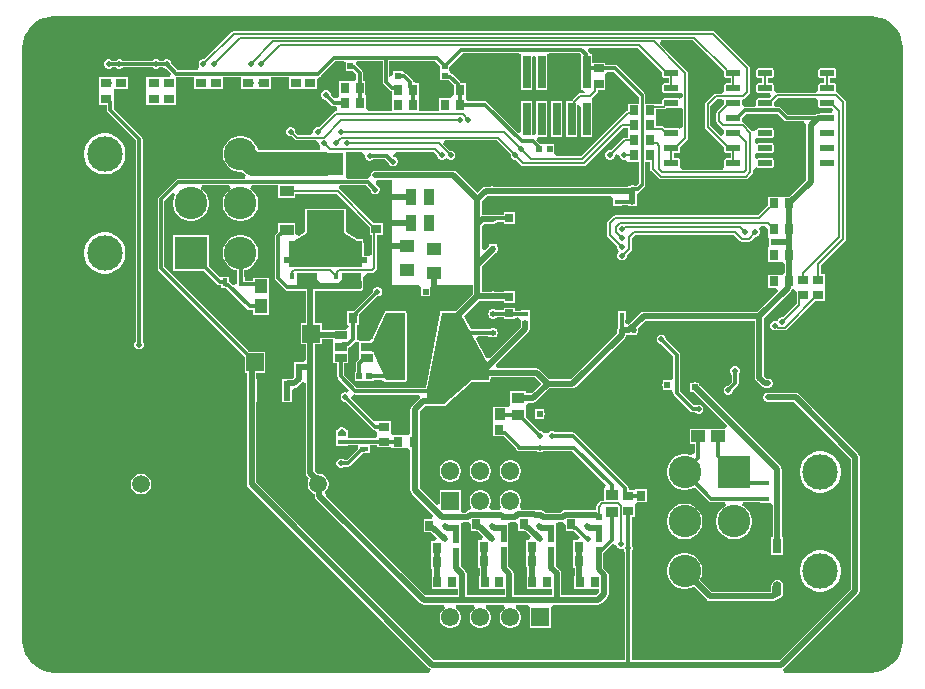
<source format=gbl>
G04*
G04 #@! TF.GenerationSoftware,Altium Limited,Altium Designer,24.2.2 (26)*
G04*
G04 Layer_Physical_Order=2*
G04 Layer_Color=16711680*
%FSLAX44Y44*%
%MOMM*%
G71*
G04*
G04 #@! TF.SameCoordinates,E4E63788-C9BD-4034-8D98-A8616A57BAF2*
G04*
G04*
G04 #@! TF.FilePolarity,Positive*
G04*
G01*
G75*
%ADD10C,0.2500*%
%ADD14C,0.5000*%
%ADD15C,0.2000*%
%ADD23R,0.7500X0.8500*%
%ADD25R,0.8500X0.7000*%
%ADD26R,0.8500X0.7500*%
%ADD27R,0.7000X0.9000*%
%ADD28R,0.5500X0.5500*%
%ADD33R,0.5500X0.5500*%
%ADD35R,0.9500X0.8000*%
%ADD36R,0.5200X0.5200*%
%ADD37R,0.5200X0.5200*%
G04:AMPARAMS|DCode=38|XSize=1.3082mm|YSize=0.7621mm|CornerRadius=0.3811mm|HoleSize=0mm|Usage=FLASHONLY|Rotation=90.000|XOffset=0mm|YOffset=0mm|HoleType=Round|Shape=RoundedRectangle|*
%AMROUNDEDRECTD38*
21,1,1.3082,0.0000,0,0,90.0*
21,1,0.5461,0.7621,0,0,90.0*
1,1,0.7621,0.0000,0.2730*
1,1,0.7621,0.0000,-0.2730*
1,1,0.7621,0.0000,-0.2730*
1,1,0.7621,0.0000,0.2730*
%
%ADD38ROUNDEDRECTD38*%
%ADD39R,0.7621X1.3082*%
%ADD49R,0.7000X0.8500*%
%ADD67C,3.0000*%
%ADD68R,2.7500X2.7500*%
%ADD69C,2.7500*%
%ADD73C,0.3000*%
%ADD74R,1.5500X1.5500*%
%ADD75C,1.5500*%
%ADD76C,1.5080*%
%ADD77R,0.6500X2.7700*%
%ADD78C,0.5000*%
%ADD79C,4.0000*%
%ADD80R,1.5000X1.5500*%
G04:AMPARAMS|DCode=81|XSize=0.55mm|YSize=1.25mm|CornerRadius=0.0495mm|HoleSize=0mm|Usage=FLASHONLY|Rotation=90.000|XOffset=0mm|YOffset=0mm|HoleType=Round|Shape=RoundedRectangle|*
%AMROUNDEDRECTD81*
21,1,0.5500,1.1510,0,0,90.0*
21,1,0.4510,1.2500,0,0,90.0*
1,1,0.0990,0.5755,0.2255*
1,1,0.0990,0.5755,-0.2255*
1,1,0.0990,-0.5755,-0.2255*
1,1,0.0990,-0.5755,0.2255*
%
%ADD81ROUNDEDRECTD81*%
%ADD82R,0.5800X1.7300*%
%ADD83C,1.7397*%
%ADD84R,0.8000X0.4000*%
%ADD85R,0.9000X1.0500*%
%ADD86R,1.0500X0.9000*%
%ADD87R,1.6000X5.7000*%
%ADD88R,1.0000X0.7000*%
%AMCUSTOMSHAPE89*
4,1,28,1.2250,-1.1400,1.2250,-0.7250,1.6050,-0.7250,1.6050,-0.2950,1.2250,-0.2950,1.2250,0.8400,1.1750,0.8400,1.1750,1.1400,0.7750,1.1400,0.7750,0.8400,0.5250,0.8400,0.5250,1.1400,0.1250,1.1400,0.1250,0.8400,-0.1250,0.8400,-0.1250,1.1400,-0.5250,1.1400,-0.5250,0.8400,-0.7750,0.8400,-0.7750,1.1400,-1.1750,1.1400,-1.1750,0.8400,-1.2250,0.8400,-1.2250,-0.2950,-1.6050,-0.2950,-1.6050,-0.7250,-1.2250,-0.7250,-1.2250,-1.1400,1.2250,-1.1400,0.0*%
%ADD89CUSTOMSHAPE89*%

%ADD90R,0.3500X0.5000*%
%ADD91R,1.2200X0.9100*%
%ADD92R,3.1500X1.9600*%
%ADD93R,0.7000X0.4200*%
%ADD94R,1.1500X1.0500*%
%ADD95R,1.0500X1.1500*%
%ADD96R,0.4200X0.7000*%
%ADD97R,0.9500X1.3500*%
%ADD98R,1.2500X1.0000*%
%ADD99R,0.5000X0.4000*%
%ADD100R,0.4000X0.5000*%
%ADD101R,0.6725X0.7154*%
%ADD102R,1.4562X1.2546*%
%ADD103C,2.0000*%
G36*
X475680Y515326D02*
Y485680D01*
X477181D01*
X478785Y482680D01*
X478708Y482565D01*
X474500D01*
X473614Y482388D01*
X472863Y481887D01*
X468113Y477137D01*
X467612Y476386D01*
X467459Y475620D01*
X462980D01*
Y445380D01*
X472020D01*
Y462526D01*
X472065Y462750D01*
Y472165D01*
X472680Y472576D01*
X475680Y470972D01*
Y445380D01*
X484720D01*
Y475501D01*
X484720Y475620D01*
X484393Y478553D01*
X484393Y478620D01*
X488887Y483113D01*
X489388Y483864D01*
X489565Y484750D01*
Y485480D01*
X496020D01*
Y495480D01*
X496020Y495520D01*
Y498480D01*
X498060Y500676D01*
X503330D01*
X524431Y479575D01*
Y473520D01*
X515480D01*
Y467986D01*
X514922D01*
X514036Y467810D01*
X513285Y467308D01*
X475291Y429314D01*
X454785D01*
X452770Y431480D01*
X452770Y432314D01*
Y439520D01*
X444730Y439520D01*
X440474Y439520D01*
X437614Y442380D01*
X438857Y445380D01*
X440131Y445380D01*
X446620D01*
Y475620D01*
X437580D01*
Y448984D01*
X436190Y447433D01*
X434580Y446882D01*
X433933Y447348D01*
X433920Y447466D01*
Y475620D01*
X424880D01*
Y449921D01*
X422108Y448773D01*
X395885Y474997D01*
X394968Y475609D01*
X393887Y475824D01*
X393887Y475824D01*
X378755D01*
X378020Y478520D01*
X378020Y479980D01*
X378020D01*
Y491020D01*
X373421D01*
X373359Y491331D01*
X372747Y492247D01*
X372747Y492247D01*
X366529Y498465D01*
X365613Y499077D01*
X365165Y499166D01*
X364095Y501203D01*
X363870Y502184D01*
Y504390D01*
X364000Y504704D01*
Y505506D01*
X375090Y516596D01*
X422160D01*
X424880Y515920D01*
X424880Y513596D01*
Y485680D01*
X433920D01*
Y513215D01*
X435750Y514285D01*
X437580Y513215D01*
Y485680D01*
X446620D01*
Y513596D01*
X446620Y515920D01*
X449340Y516596D01*
X474410D01*
X475680Y515326D01*
D02*
G37*
G36*
X356000Y505506D02*
Y504704D01*
X356045Y504595D01*
X356130Y501630D01*
Y501370D01*
X356130Y501370D01*
Y493630D01*
X363376D01*
X367926Y489080D01*
Y487750D01*
X367926Y487750D01*
X367980Y487477D01*
Y481520D01*
X365585Y478520D01*
X365020D01*
X364980Y478520D01*
X354980D01*
X354980Y467480D01*
X352049Y467314D01*
X340951D01*
X338020Y467480D01*
X338020Y470314D01*
Y478520D01*
X338020D01*
X338020Y479980D01*
X338020D01*
Y491020D01*
X336534D01*
X333642Y491682D01*
X333427Y492763D01*
X332815Y493679D01*
X327279Y499215D01*
X326363Y499827D01*
X326241Y499852D01*
X323870Y501370D01*
X323870Y501370D01*
X323870Y501370D01*
X316130D01*
Y498303D01*
X313130Y496676D01*
X313074Y496712D01*
Y509676D01*
X351830D01*
X356000Y505506D01*
D02*
G37*
G36*
X544196Y500281D02*
Y497345D01*
X544332Y496656D01*
X544723Y496073D01*
X545306Y495682D01*
X545995Y495545D01*
X549436D01*
Y490955D01*
X545995D01*
X545306Y490818D01*
X544723Y490428D01*
X544332Y489844D01*
X544196Y489155D01*
Y484645D01*
X544332Y483956D01*
X544723Y483372D01*
X545306Y482982D01*
X545995Y482845D01*
X557505D01*
X558194Y482982D01*
X558436Y483144D01*
X559936Y482753D01*
X561436Y481951D01*
Y479149D01*
X559936Y478347D01*
X558436Y477956D01*
X558194Y478118D01*
X557505Y478255D01*
X545995D01*
X545306Y478118D01*
X544723Y477728D01*
X544332Y477144D01*
X544196Y476455D01*
Y473564D01*
X537422D01*
X537421Y473564D01*
X536250D01*
X536026Y473520D01*
X529569D01*
Y479860D01*
X529609Y479919D01*
X529824Y481000D01*
X529609Y482081D01*
X528997Y482997D01*
X506497Y505497D01*
X505581Y506109D01*
X504500Y506324D01*
X504500Y506324D01*
X496020D01*
Y508520D01*
X484980D01*
X484720Y511412D01*
Y515920D01*
X482626D01*
X481147Y518245D01*
X482372Y520876D01*
X523601D01*
X544196Y500281D01*
D02*
G37*
G36*
X307426Y492429D02*
X307426Y492429D01*
X307641Y491348D01*
X308253Y490432D01*
X313432Y485253D01*
X313432Y485253D01*
X314348Y484641D01*
X314980Y484515D01*
X314980Y479980D01*
X314980Y476980D01*
X314980Y467480D01*
X312049Y467314D01*
X295580D01*
X293270Y468980D01*
X293270Y470314D01*
Y478687D01*
X293270Y480020D01*
X293270D01*
X292770Y481480D01*
X292770Y481480D01*
Y492520D01*
X290824D01*
Y499750D01*
X290824Y499750D01*
X290609Y500831D01*
X289997Y501747D01*
X289997Y501747D01*
X285347Y506397D01*
X284930Y506676D01*
X285160Y508958D01*
X285375Y509530D01*
X286743Y509676D01*
X307426D01*
Y492429D01*
D02*
G37*
G36*
X674006Y478314D02*
X676195Y476455D01*
Y471945D01*
X676332Y471256D01*
X676722Y470672D01*
X677306Y470282D01*
X677995Y470145D01*
X685450D01*
X685500Y470135D01*
X687540D01*
X688933Y468346D01*
X687596Y465555D01*
X677995D01*
X677306Y465418D01*
X677196Y465344D01*
X675750D01*
X675750Y465344D01*
X674279Y465051D01*
X673191Y464324D01*
X650670D01*
X646741Y468254D01*
X646741Y468254D01*
X644997Y469997D01*
X644997Y469997D01*
X644081Y470609D01*
X643000Y470824D01*
X643000Y470824D01*
X641640D01*
X638805Y471945D01*
Y474981D01*
X642259Y478436D01*
X673763D01*
X674006Y478314D01*
D02*
G37*
G36*
X559936Y470053D02*
X561436Y469251D01*
Y453749D01*
X559936Y452947D01*
X558436Y452556D01*
X558194Y452718D01*
X557505Y452854D01*
X550050D01*
X550000Y452864D01*
X546730D01*
X545708Y453887D01*
X544957Y454388D01*
X544071Y454565D01*
X538520D01*
Y460946D01*
X538520D01*
X538520Y462480D01*
X538520D01*
Y468936D01*
X545328D01*
X546214Y469112D01*
X546965Y469613D01*
X547497Y470145D01*
X557505D01*
X558194Y470282D01*
X558436Y470444D01*
X559936Y470053D01*
D02*
G37*
G36*
X596696Y476455D02*
Y473419D01*
X590613Y467337D01*
X590112Y466586D01*
X589935Y465700D01*
Y458750D01*
X590112Y457864D01*
X590613Y457113D01*
X594113Y453613D01*
X594864Y453112D01*
X596696Y451055D01*
Y447670D01*
X593778Y446345D01*
X584915Y455209D01*
Y472141D01*
X590459Y477686D01*
X593881D01*
X596696Y476455D01*
D02*
G37*
G36*
X642746Y464259D02*
X642747Y464259D01*
X647503Y459503D01*
X647503Y459503D01*
X648419Y458891D01*
X649500Y458676D01*
X649500Y458676D01*
X663912D01*
X664382Y458406D01*
X666156Y455750D01*
X666156Y455750D01*
Y409323D01*
X651834Y395001D01*
X646770D01*
X646730Y395001D01*
X643770D01*
X643730Y395001D01*
X633730D01*
Y387734D01*
X625061Y379064D01*
X504000D01*
X503114Y378888D01*
X502363Y378387D01*
X498113Y374137D01*
X497612Y373386D01*
X497435Y372500D01*
Y362750D01*
X497612Y361864D01*
X498113Y361113D01*
X506000Y353227D01*
Y351704D01*
X506609Y350234D01*
X507515Y348750D01*
X506609Y347266D01*
X506000Y345796D01*
Y344204D01*
X506609Y342734D01*
X507734Y341609D01*
X509204Y341000D01*
X510796D01*
X512266Y341609D01*
X513391Y342734D01*
X514000Y344204D01*
Y345727D01*
X517637Y349363D01*
X518138Y350114D01*
X518315Y351000D01*
Y360291D01*
X520959Y362935D01*
X604791D01*
X610113Y357613D01*
X610864Y357112D01*
X611750Y356936D01*
X617250D01*
X618136Y357112D01*
X618887Y357613D01*
X622273Y361000D01*
X623796D01*
X625266Y361609D01*
X626391Y362734D01*
X627000Y364204D01*
Y365796D01*
X626391Y367266D01*
X626221Y367435D01*
X627464Y370435D01*
X631230D01*
X633730Y367936D01*
X633730Y361961D01*
X634880Y359437D01*
X634880Y357590D01*
X634750Y357276D01*
Y355685D01*
X634880Y355371D01*
X634880Y353525D01*
X633730Y351001D01*
X633730Y350087D01*
Y339961D01*
X643730D01*
X643770Y339961D01*
X646730D01*
X647906Y337431D01*
Y331530D01*
X646730Y329001D01*
X643770D01*
X643730Y329001D01*
X633730D01*
Y317961D01*
X640782D01*
X642025Y314961D01*
X624658Y297594D01*
X528240D01*
X528240Y297594D01*
X526769Y297301D01*
X525522Y296468D01*
X515574Y286520D01*
X512574Y287763D01*
Y290574D01*
X513020D01*
Y298114D01*
X506480D01*
Y290574D01*
X506926D01*
Y285540D01*
X506480D01*
Y284157D01*
X506359Y284036D01*
X505750Y282565D01*
Y280974D01*
X505906Y280597D01*
Y279842D01*
X466408Y240344D01*
X448592D01*
X440460Y248476D01*
X439213Y249309D01*
X437742Y249602D01*
X437742Y249602D01*
X404207D01*
X403059Y252373D01*
X430738Y280052D01*
X430738Y280052D01*
X431571Y281299D01*
X431864Y282770D01*
Y287750D01*
X431790Y288121D01*
X431790Y291750D01*
X431790Y294020D01*
Y299020D01*
X424250D01*
Y298574D01*
X419152D01*
Y301132D01*
X409888D01*
Y298842D01*
X404540D01*
Y299020D01*
X403157D01*
X403036Y299141D01*
X401566Y299750D01*
X399974D01*
X398504Y299141D01*
X398383Y299020D01*
X397000D01*
Y297101D01*
X396770Y296546D01*
Y294954D01*
X397000Y294399D01*
Y292480D01*
X398383D01*
X398504Y292359D01*
X399974Y291750D01*
X401566D01*
X403036Y292359D01*
X403157Y292480D01*
X404540D01*
Y293193D01*
X409888D01*
Y291439D01*
X419152D01*
Y292496D01*
X421992Y292810D01*
X424250Y290819D01*
X424250Y288121D01*
X424176Y287750D01*
Y284362D01*
X398163Y258349D01*
X395195Y258783D01*
X386783Y274349D01*
X388319Y276926D01*
X396980D01*
Y276480D01*
X398363D01*
X398484Y276359D01*
X399954Y275750D01*
X401546D01*
X403016Y276359D01*
X403137Y276480D01*
X404520D01*
Y278399D01*
X404750Y278954D01*
Y280546D01*
X404520Y281101D01*
Y283020D01*
X403137D01*
X403016Y283141D01*
X401546Y283750D01*
X399954D01*
X398484Y283141D01*
X398363Y283020D01*
X396980D01*
Y282574D01*
X382338D01*
X376171Y293985D01*
X389092Y306906D01*
X399597D01*
X399974Y306750D01*
X401566D01*
X401641Y306781D01*
X409908D01*
Y305368D01*
X419172D01*
Y315061D01*
X409908D01*
Y314469D01*
X402244D01*
X401566Y314750D01*
X399974D01*
X399597Y314594D01*
X391344D01*
Y335887D01*
X402436Y346980D01*
X404040D01*
Y348363D01*
X404161Y348484D01*
X404770Y349954D01*
Y351545D01*
X404161Y353016D01*
X404040Y353137D01*
Y354520D01*
X402121D01*
X401566Y354750D01*
X399974D01*
X399419Y354520D01*
X397500D01*
Y353137D01*
X397379Y353016D01*
X397223Y352639D01*
X394115Y349531D01*
X391344Y350679D01*
Y370408D01*
X392842Y371906D01*
X399597D01*
X399974Y371750D01*
X401566D01*
X403036Y372359D01*
X403657Y372980D01*
X404540D01*
Y373821D01*
X409775D01*
Y372194D01*
X419040D01*
Y381888D01*
X409775D01*
Y379470D01*
X404540D01*
Y379520D01*
X402121D01*
X401566Y379750D01*
X399974D01*
X399597Y379594D01*
X391344D01*
Y391158D01*
X396072Y395886D01*
X398577D01*
X398954Y395730D01*
X400546D01*
X400923Y395886D01*
X500348D01*
X502572Y394014D01*
Y387474D01*
X510112D01*
Y387923D01*
X514960D01*
Y387480D01*
X516343D01*
X516464Y387359D01*
X517934Y386750D01*
X519526D01*
X520996Y387359D01*
X521117Y387480D01*
X522500D01*
Y389399D01*
X522730Y389954D01*
Y391545D01*
X522574Y391922D01*
Y395414D01*
X523172Y398348D01*
X524253Y398563D01*
X525169Y399175D01*
X528997Y403003D01*
X529609Y403919D01*
X529824Y405000D01*
X529609Y406081D01*
X529569Y406141D01*
Y424730D01*
X533685D01*
Y418750D01*
X533862Y417864D01*
X534363Y417113D01*
X541114Y410363D01*
X541864Y409862D01*
X542750Y409686D01*
X614750D01*
X615636Y409862D01*
X616386Y410363D01*
X620387Y414363D01*
X620888Y415114D01*
X621064Y416000D01*
Y417855D01*
X621647Y418327D01*
X624222Y419873D01*
X624806Y419482D01*
X625495Y419345D01*
X637005D01*
X637694Y419482D01*
X638278Y419873D01*
X638668Y420456D01*
X638805Y421145D01*
Y425655D01*
X638668Y426344D01*
X638278Y426927D01*
X637694Y427318D01*
X637005Y427454D01*
X625495D01*
X624806Y427318D01*
X624222Y426927D01*
X622223Y428128D01*
Y431372D01*
X624222Y432573D01*
X624806Y432182D01*
X625495Y432045D01*
X637005D01*
X637694Y432182D01*
X638278Y432573D01*
X638668Y433156D01*
X638805Y433845D01*
Y438355D01*
X638668Y439044D01*
X638278Y439627D01*
X637694Y440018D01*
X637005Y440154D01*
X625495D01*
X624806Y440018D01*
X624222Y439627D01*
X622223Y440828D01*
Y444072D01*
X624222Y445272D01*
X624806Y444882D01*
X625495Y444745D01*
X637005D01*
X637694Y444882D01*
X638278Y445272D01*
X638668Y445856D01*
X638805Y446545D01*
Y451055D01*
X638668Y451744D01*
X638278Y452327D01*
X637694Y452718D01*
X637005Y452854D01*
X625495D01*
X624806Y452718D01*
X624222Y452327D01*
X623832Y451744D01*
X623695Y451055D01*
X620908Y450411D01*
X620695Y450424D01*
X620387Y450887D01*
X614387Y456887D01*
X613636Y457388D01*
X611805Y459245D01*
Y461560D01*
X615420Y465176D01*
X641830D01*
X642746Y464259D01*
D02*
G37*
G36*
X515480Y449906D02*
X515480D01*
X515480Y448270D01*
X515480D01*
Y445064D01*
X512250D01*
X511364Y444888D01*
X510613Y444386D01*
X500477Y434250D01*
X498954D01*
X497484Y433641D01*
X496359Y432516D01*
X495750Y431046D01*
Y429454D01*
X496359Y427984D01*
X497484Y426859D01*
X498954Y426250D01*
X500546D01*
X502016Y426859D01*
X503141Y427984D01*
X503750Y429454D01*
Y430210D01*
X505096Y431216D01*
X508000Y429642D01*
Y429454D01*
X508609Y427984D01*
X509734Y426859D01*
X511204Y426250D01*
X512796D01*
X515480Y424730D01*
Y424730D01*
X524431D01*
Y406425D01*
X522026Y404020D01*
X521117D01*
X520996Y404141D01*
X519526Y404750D01*
X517934D01*
X516464Y404141D01*
X516343Y404020D01*
X514960D01*
Y403574D01*
X400923D01*
X400546Y403730D01*
X398954D01*
X398577Y403574D01*
X394480D01*
X393009Y403281D01*
X391762Y402448D01*
X391762Y402448D01*
X387500Y398186D01*
X369968Y415718D01*
X368721Y416551D01*
X367250Y416844D01*
X367249Y416844D01*
X302423D01*
X302046Y417000D01*
X300454D01*
X298984Y416391D01*
X297859Y415266D01*
X297250Y413796D01*
Y412653D01*
X297046Y412287D01*
X296091Y411318D01*
X294784Y410317D01*
X294750Y410324D01*
X294750Y410324D01*
X278372D01*
X275960Y411746D01*
Y432686D01*
X289986D01*
X292250Y430312D01*
Y428721D01*
X292859Y427251D01*
X293984Y426126D01*
X295454Y425517D01*
X297046D01*
X298516Y426126D01*
X299083Y426692D01*
X309697D01*
X312000Y424390D01*
Y423954D01*
X312609Y422484D01*
X313734Y421359D01*
X315204Y420750D01*
X316796D01*
X318266Y421359D01*
X319391Y422484D01*
X320000Y423954D01*
Y425546D01*
X319391Y427016D01*
X318266Y428141D01*
X316796Y428750D01*
X316396Y429686D01*
X318377Y432686D01*
X351041D01*
X353500Y430227D01*
Y429204D01*
X354109Y427734D01*
X355234Y426609D01*
X356704Y426000D01*
X358296D01*
X359766Y426609D01*
X361250Y427515D01*
X362734Y426609D01*
X364204Y426000D01*
X365796D01*
X367266Y426609D01*
X368391Y427734D01*
X369000Y429204D01*
Y430796D01*
X368391Y432266D01*
X367266Y433391D01*
X365796Y434000D01*
X364273D01*
X358588Y439686D01*
X359830Y442686D01*
X403791D01*
X415750Y430727D01*
Y429204D01*
X416359Y427734D01*
X417484Y426609D01*
X418954Y426000D01*
X420477D01*
X424863Y421613D01*
X425614Y421112D01*
X426500Y420936D01*
X477500D01*
X478386Y421112D01*
X479137Y421613D01*
X510635Y453112D01*
X515480D01*
Y449906D01*
D02*
G37*
G36*
X596696Y501155D02*
Y497345D01*
X596832Y496656D01*
X597223Y496073D01*
X597806Y495682D01*
X598495Y495545D01*
X601936D01*
Y490955D01*
X598495D01*
X597806Y490818D01*
X597223Y490428D01*
X596832Y489844D01*
X596696Y489155D01*
Y484645D01*
X594977Y482738D01*
X594333Y482314D01*
X589500D01*
X588614Y482138D01*
X587863Y481637D01*
X580964Y474737D01*
X580462Y473986D01*
X580286Y473100D01*
Y454250D01*
X580462Y453364D01*
X580964Y452613D01*
X596696Y436881D01*
Y433845D01*
X596832Y433156D01*
X597223Y432573D01*
X597806Y432182D01*
X598495Y432045D01*
X601936D01*
Y427454D01*
X598495D01*
X597806Y427318D01*
X597223Y426927D01*
X596832Y426344D01*
X596696Y425655D01*
Y421145D01*
X596761Y420815D01*
X596489Y419859D01*
X595389Y417946D01*
X595264Y417814D01*
X560736D01*
X560611Y417946D01*
X559511Y419859D01*
X559239Y420815D01*
X559305Y421145D01*
Y425655D01*
X559168Y426344D01*
X558778Y426927D01*
X558194Y427318D01*
X557505Y427454D01*
X554064D01*
Y432045D01*
X557505D01*
X558194Y432182D01*
X558778Y432573D01*
X559168Y433156D01*
X559305Y433845D01*
Y436881D01*
X565387Y442963D01*
X565888Y443714D01*
X566064Y444600D01*
Y499500D01*
X565888Y500386D01*
X565387Y501137D01*
X561948Y504576D01*
X561907Y504637D01*
X560287Y506257D01*
X560226Y506297D01*
X541879Y524644D01*
X543027Y527416D01*
X570435D01*
X596696Y501155D01*
D02*
G37*
G36*
X315000Y320000D02*
X337508D01*
X339880Y318485D01*
X339880Y315725D01*
X339750Y315411D01*
Y313819D01*
X339880Y313505D01*
Y310745D01*
X342640D01*
X342954Y310615D01*
X344546D01*
X344860Y310745D01*
X347620D01*
Y313505D01*
X347750Y313819D01*
Y315411D01*
X347620Y315725D01*
X347620Y318485D01*
X349992Y320000D01*
X383656D01*
Y312342D01*
X369189Y297875D01*
X357250D01*
X356997Y297770D01*
X355980D01*
Y296879D01*
X355899Y296756D01*
X343821Y233097D01*
X285397D01*
X274579Y243915D01*
Y253730D01*
X278025D01*
Y267181D01*
X279081Y267391D01*
X279997Y268003D01*
X283965Y271971D01*
X284150Y272156D01*
X284616Y272473D01*
X285729Y272192D01*
X287252Y271550D01*
X287370Y271248D01*
X287370Y270069D01*
X287370Y270069D01*
X287370Y270035D01*
Y264500D01*
X287475Y264247D01*
Y257724D01*
X285753Y256002D01*
X285141Y255086D01*
X284926Y254005D01*
X284926Y254005D01*
Y246620D01*
X283880D01*
Y238880D01*
X291620D01*
Y238880D01*
X291880D01*
Y238880D01*
X299620D01*
Y239926D01*
X306375D01*
X308980Y238230D01*
X310250Y238125D01*
X311937Y238125D01*
X326250D01*
X326503Y238230D01*
X327520D01*
Y239247D01*
X327625Y239500D01*
Y296500D01*
X327520Y296753D01*
Y297770D01*
X326503D01*
X326250Y297875D01*
X311937D01*
X310250Y297875D01*
X308980Y297770D01*
X308980Y297029D01*
X298766Y274834D01*
X298755Y274536D01*
X298640Y274260D01*
X296040Y272875D01*
X289908D01*
X288745Y272875D01*
X288444Y272780D01*
X288398Y272770D01*
X288009Y272770D01*
X286361Y273832D01*
X285354Y274792D01*
X285324Y274967D01*
X285324Y275388D01*
Y286730D01*
X287520D01*
Y294227D01*
X287574Y294500D01*
Y295195D01*
X302994Y310615D01*
X303796D01*
X305266Y311224D01*
X306391Y312349D01*
X307000Y313819D01*
Y315411D01*
X306391Y316881D01*
X305266Y318006D01*
X303796Y318615D01*
X302204D01*
X300734Y318006D01*
X299609Y316881D01*
X299000Y315411D01*
Y314609D01*
X282753Y298362D01*
X282357Y297770D01*
X277480D01*
Y286730D01*
X277876D01*
X278540Y285057D01*
X276620Y282270D01*
X265485D01*
Y282094D01*
X255770D01*
Y288020D01*
X249862D01*
Y315125D01*
X288581D01*
X288582Y315126D01*
X288583Y315125D01*
X288583Y315126D01*
X289026Y315310D01*
X289064Y315325D01*
X289064Y315325D01*
X289553Y315528D01*
X289554Y315529D01*
X289554Y315529D01*
X289554Y315530D01*
X290451Y316429D01*
X290451Y316429D01*
X290451Y316429D01*
X290452Y316430D01*
X290655Y316923D01*
X290655Y316923D01*
X290669Y316957D01*
X290852Y317401D01*
X290852Y317401D01*
X290852Y317402D01*
X290852Y317403D01*
X290823Y327186D01*
X293739Y330186D01*
X298500D01*
X299386Y330362D01*
X300137Y330863D01*
X301887Y332613D01*
X302388Y333364D01*
X302565Y334250D01*
Y362230D01*
X307520D01*
Y372270D01*
X300253D01*
X271287Y401237D01*
X270629Y401676D01*
X270574Y401929D01*
X271128Y404676D01*
X293580D01*
X297250Y401006D01*
Y400204D01*
X297859Y398734D01*
X298984Y397609D01*
X300454Y397000D01*
X302046D01*
X303516Y397609D01*
X304641Y398734D01*
X305250Y400204D01*
Y401796D01*
X304641Y403266D01*
X303516Y404391D01*
X302682Y404736D01*
X301926Y406000D01*
X301967Y407023D01*
X302996Y408717D01*
X303542Y409156D01*
X315000D01*
Y320000D01*
D02*
G37*
G36*
X218630Y393780D02*
X233370D01*
Y397285D01*
X268691D01*
X296480Y369497D01*
Y362230D01*
X297936D01*
Y345274D01*
X294962Y344613D01*
X293990Y345015D01*
X291565D01*
Y354991D01*
X291493Y355163D01*
X291518Y355348D01*
X291299Y355632D01*
X291162Y355963D01*
X291065Y356003D01*
Y357991D01*
X290662Y358963D01*
X289690Y359366D01*
X285690D01*
X285491Y359283D01*
X276065Y364711D01*
Y383516D01*
X275960Y383769D01*
Y384786D01*
X274943D01*
X274690Y384891D01*
X243190D01*
X242938Y384786D01*
X241920D01*
Y383769D01*
X241816Y383516D01*
Y364711D01*
X236370Y361575D01*
X233370Y363309D01*
Y372720D01*
X218630D01*
Y365074D01*
X217003Y363447D01*
X216391Y362531D01*
X216176Y361450D01*
X216176Y361450D01*
Y326000D01*
X216176Y326000D01*
X216391Y324919D01*
X217003Y324003D01*
X224753Y316253D01*
X225669Y315641D01*
X226750Y315426D01*
X226750Y315426D01*
X234215D01*
X234940Y315125D01*
X242175D01*
Y288020D01*
X238230D01*
Y269980D01*
X242175D01*
Y256769D01*
X240120Y254620D01*
X232380D01*
Y246880D01*
X232406D01*
Y242242D01*
X230921Y240757D01*
X226828D01*
X226828Y240757D01*
X226457Y240683D01*
X222258D01*
Y220843D01*
X230598D01*
Y231016D01*
X232513Y233069D01*
X233984Y233362D01*
X235231Y234195D01*
X238968Y237932D01*
X239175Y238242D01*
X242175Y237331D01*
Y161209D01*
X242175Y161209D01*
X242467Y159738D01*
X243301Y158491D01*
X245309Y156482D01*
X244540Y155150D01*
X243940Y152910D01*
Y150590D01*
X244540Y148350D01*
X245700Y146341D01*
X247341Y144700D01*
X249349Y143540D01*
X250041Y143355D01*
Y141615D01*
X250041Y141615D01*
X250334Y140144D01*
X251167Y138897D01*
X339282Y50782D01*
X339282Y50782D01*
X340529Y49949D01*
X342000Y49656D01*
X359550D01*
X360354Y46656D01*
X359162Y45968D01*
X357482Y44288D01*
X356295Y42232D01*
X355680Y39938D01*
Y37562D01*
X356295Y35268D01*
X357482Y33212D01*
X359162Y31532D01*
X361218Y30345D01*
X363512Y29730D01*
X365887D01*
X368182Y30345D01*
X370238Y31532D01*
X371918Y33212D01*
X373105Y35268D01*
X373720Y37562D01*
Y39938D01*
X373105Y42232D01*
X371918Y44288D01*
X370238Y45968D01*
X369046Y46656D01*
X369850Y49656D01*
X384950D01*
X385754Y46656D01*
X384562Y45968D01*
X382882Y44288D01*
X381695Y42232D01*
X381080Y39938D01*
Y37562D01*
X381695Y35268D01*
X382882Y33212D01*
X384562Y31532D01*
X386618Y30345D01*
X388913Y29730D01*
X391287D01*
X393582Y30345D01*
X395638Y31532D01*
X397318Y33212D01*
X398505Y35268D01*
X399120Y37562D01*
Y39938D01*
X398505Y42232D01*
X397318Y44288D01*
X395638Y45968D01*
X394446Y46656D01*
X395250Y49656D01*
X410350D01*
X411154Y46656D01*
X409962Y45968D01*
X408282Y44288D01*
X407095Y42232D01*
X406480Y39938D01*
Y37562D01*
X407095Y35268D01*
X408282Y33212D01*
X409962Y31532D01*
X412018Y30345D01*
X414313Y29730D01*
X416688D01*
X418982Y30345D01*
X421038Y31532D01*
X422718Y33212D01*
X423905Y35268D01*
X424520Y37562D01*
Y39938D01*
X423905Y42232D01*
X422718Y44288D01*
X421038Y45968D01*
X419846Y46656D01*
X420650Y49656D01*
X429661D01*
X431880Y47770D01*
X431880Y46656D01*
Y29730D01*
X449920D01*
Y46656D01*
X449920Y47770D01*
X452139Y49656D01*
X490000D01*
X490000Y49656D01*
X491471Y49949D01*
X492718Y50782D01*
X497468Y55532D01*
X497468Y55532D01*
X498301Y56779D01*
X498594Y58250D01*
Y74875D01*
X498301Y76346D01*
X497468Y77593D01*
X497468Y77593D01*
X494094Y80967D01*
Y91980D01*
X494270D01*
Y93517D01*
X494997Y94003D01*
X501770Y100776D01*
X504770Y99724D01*
X505379Y98254D01*
X506504Y97129D01*
X507974Y96520D01*
X509566D01*
X511371Y96459D01*
X512109Y94984D01*
X512676Y94417D01*
Y2344D01*
X351092D01*
X200272Y153164D01*
Y220843D01*
X200598D01*
Y240683D01*
X200272D01*
Y245730D01*
X208020D01*
Y263770D01*
X194224D01*
X127904Y330090D01*
X130007Y332230D01*
X132969Y332230D01*
X156026D01*
X156351Y331905D01*
X156351Y331905D01*
X167410Y320846D01*
X167410Y320845D01*
X168327Y320233D01*
X169407Y320018D01*
X170880D01*
Y317730D01*
X174577D01*
X174850Y317676D01*
X174850Y317676D01*
X175080D01*
X192753Y300003D01*
X192753Y300003D01*
X193669Y299391D01*
X194750Y299176D01*
X197730D01*
Y294980D01*
X210770D01*
Y308980D01*
X210770Y309020D01*
Y311980D01*
X210770Y312020D01*
Y326020D01*
X197730D01*
Y323924D01*
X190620D01*
Y327270D01*
X189949D01*
Y332522D01*
X191381Y332807D01*
X194115Y333940D01*
X196575Y335583D01*
X198667Y337675D01*
X200310Y340135D01*
X201443Y342869D01*
X202020Y345771D01*
Y348729D01*
X201443Y351631D01*
X200310Y354365D01*
X198667Y356825D01*
X196575Y358917D01*
X194115Y360560D01*
X191381Y361693D01*
X188479Y362270D01*
X185521D01*
X182619Y361693D01*
X179885Y360560D01*
X177425Y358917D01*
X175333Y356825D01*
X173689Y354365D01*
X172557Y351631D01*
X171980Y348729D01*
Y345771D01*
X172557Y342869D01*
X173689Y340135D01*
X175333Y337675D01*
X177425Y335583D01*
X179885Y333940D01*
X182619Y332807D01*
X184301Y332473D01*
Y327270D01*
X183880D01*
Y321107D01*
X180880Y319864D01*
X178247Y322497D01*
X177620Y322916D01*
Y327270D01*
X170880D01*
Y327270D01*
X168200Y328044D01*
X160345Y335899D01*
X160345Y335899D01*
X160345Y335899D01*
X160020Y336224D01*
Y362270D01*
X129980D01*
Y335230D01*
X129980Y332257D01*
X127840Y330154D01*
X122574Y335420D01*
Y391580D01*
X129537Y398542D01*
X131867Y396630D01*
X131690Y396365D01*
X130557Y393631D01*
X129980Y390729D01*
Y387771D01*
X130557Y384869D01*
X131690Y382135D01*
X133333Y379675D01*
X135425Y377583D01*
X137885Y375939D01*
X140619Y374807D01*
X143521Y374230D01*
X146479D01*
X149381Y374807D01*
X152115Y375939D01*
X154575Y377583D01*
X156667Y379675D01*
X158311Y382135D01*
X159443Y384869D01*
X160020Y387771D01*
Y390729D01*
X159443Y393631D01*
X158311Y396365D01*
X156667Y398825D01*
X154575Y400917D01*
X153439Y401676D01*
X154349Y404676D01*
X177651D01*
X178561Y401676D01*
X177425Y400917D01*
X175333Y398825D01*
X173689Y396365D01*
X172557Y393631D01*
X171980Y390729D01*
Y387771D01*
X172557Y384869D01*
X173689Y382135D01*
X175333Y379675D01*
X177425Y377583D01*
X179885Y375939D01*
X182619Y374807D01*
X185521Y374230D01*
X188479D01*
X191381Y374807D01*
X194115Y375939D01*
X196575Y377583D01*
X198667Y379675D01*
X200310Y382135D01*
X201443Y384869D01*
X202020Y387771D01*
Y390729D01*
X201443Y393631D01*
X200310Y396365D01*
X198667Y398825D01*
X196575Y400917D01*
X195439Y401676D01*
X196349Y404676D01*
X218630D01*
Y393780D01*
D02*
G37*
G36*
X274690Y363916D02*
X290190Y354991D01*
Y335191D01*
X227690D01*
Y354991D01*
X243190Y363916D01*
Y383516D01*
X274690D01*
Y363916D01*
D02*
G37*
G36*
X289477Y317399D02*
X288581Y316500D01*
X234940D01*
Y329991D01*
X251440D01*
Y324991D01*
X254431Y322000D01*
X269949D01*
X272940Y324991D01*
Y329991D01*
X289440D01*
X289477Y317399D01*
D02*
G37*
G36*
X720000Y547961D02*
X721833Y547961D01*
X725467Y547482D01*
X729007Y546534D01*
X732393Y545131D01*
X735568Y543298D01*
X738475Y541067D01*
X741067Y538475D01*
X743298Y535568D01*
X745131Y532393D01*
X746534Y529007D01*
X747483Y525467D01*
X747961Y521833D01*
X747961Y520000D01*
X747961Y20000D01*
Y18167D01*
X747483Y14533D01*
X746534Y10993D01*
X745131Y7606D01*
X743298Y4432D01*
X741067Y1525D01*
X738475Y-1067D01*
X735567Y-3299D01*
X732393Y-5131D01*
X729007Y-6534D01*
X725467Y-7483D01*
X721833Y-7961D01*
X720000Y-7961D01*
X647559D01*
X646565Y-5185D01*
X646606Y-4961D01*
X647718Y-4218D01*
X710218Y58282D01*
X710218Y58282D01*
X711051Y59529D01*
X711344Y61000D01*
Y174750D01*
X711344Y174750D01*
X711051Y176221D01*
X710218Y177468D01*
X710218Y177468D01*
X659968Y227718D01*
X658721Y228551D01*
X657250Y228844D01*
X657250Y228844D01*
X634923D01*
X634546Y229000D01*
X632954D01*
X631484Y228391D01*
X630359Y227266D01*
X629750Y225796D01*
Y224204D01*
X630359Y222734D01*
X631484Y221609D01*
X632954Y221000D01*
X634546D01*
X634923Y221156D01*
X655658D01*
X703656Y173158D01*
Y62592D01*
X643408Y2344D01*
X518324D01*
Y94417D01*
X518891Y94984D01*
X519500Y96454D01*
Y98046D01*
X518891Y99516D01*
X518324Y100083D01*
Y123730D01*
X521020D01*
Y133317D01*
X521058Y133841D01*
X522324Y136230D01*
X531270D01*
Y147270D01*
X521230D01*
X521020Y146770D01*
X515574D01*
Y148074D01*
X515359Y149155D01*
X514747Y150071D01*
X470322Y194497D01*
X469405Y195109D01*
X468324Y195324D01*
X468324Y195324D01*
X453583D01*
X453016Y195891D01*
X451546Y196500D01*
X449954D01*
X448484Y195891D01*
X447359Y194766D01*
X447249Y194499D01*
X444001D01*
X443891Y194766D01*
X442766Y195891D01*
X441296Y196500D01*
X440244D01*
X428520Y208224D01*
Y215730D01*
X428520Y215770D01*
Y218730D01*
X430738Y220656D01*
X435000D01*
X435000Y220656D01*
X436471Y220949D01*
X437718Y221782D01*
X448592Y232656D01*
X468000D01*
X468000Y232656D01*
X469471Y232949D01*
X470718Y233782D01*
X512468Y275532D01*
X512468Y275532D01*
X513301Y276779D01*
X513482Y277686D01*
X516260Y277926D01*
X516631Y278000D01*
X518399D01*
X518954Y277770D01*
X520546D01*
X521101Y278000D01*
X523020D01*
Y279383D01*
X523141Y279504D01*
X523750Y280974D01*
Y282565D01*
X523381Y283455D01*
X529832Y289906D01*
X622406D01*
Y241750D01*
X622406Y241750D01*
X622699Y240279D01*
X623532Y239032D01*
X628282Y234282D01*
X628282Y234282D01*
X629529Y233449D01*
X631000Y233156D01*
X631000Y233156D01*
X632577D01*
X632954Y233000D01*
X634546D01*
X636016Y233609D01*
X637141Y234734D01*
X637750Y236204D01*
Y237796D01*
X637141Y239266D01*
X636016Y240391D01*
X634546Y241000D01*
X632954D01*
X632588Y240848D01*
X630094Y243342D01*
Y292158D01*
X653218Y315282D01*
X653218Y315282D01*
X654051Y316529D01*
X655510Y316741D01*
X657980Y314225D01*
Y308974D01*
X657935Y308750D01*
Y304459D01*
X646477Y293000D01*
X644954D01*
X643484Y292391D01*
X642359Y291266D01*
X641750Y289796D01*
X640046Y289750D01*
X638454D01*
X636984Y289141D01*
X635859Y288016D01*
X635250Y286546D01*
Y284954D01*
X635859Y283484D01*
X636984Y282359D01*
X638454Y281750D01*
X640046D01*
X640692Y282018D01*
X640926Y281862D01*
X641812Y281686D01*
X648000D01*
X648886Y281862D01*
X649637Y282363D01*
X673753Y306480D01*
X681520D01*
Y316480D01*
X681520Y316520D01*
Y319480D01*
X681520Y319520D01*
Y329520D01*
X678315D01*
Y336791D01*
X698887Y357363D01*
X699388Y358114D01*
X699565Y359000D01*
Y474750D01*
X699388Y475636D01*
X698887Y476387D01*
X692887Y482387D01*
X692136Y482888D01*
X691305Y484645D01*
Y489155D01*
X691168Y489844D01*
X690778Y490428D01*
X690194Y490818D01*
X689505Y490955D01*
X686065D01*
Y495545D01*
X689505D01*
X690194Y495682D01*
X690778Y496073D01*
X691168Y496656D01*
X691305Y497345D01*
Y501855D01*
X691168Y502544D01*
X690778Y503128D01*
X690194Y503518D01*
X689505Y503655D01*
X677995D01*
X677306Y503518D01*
X676722Y503128D01*
X676332Y502544D01*
X676195Y501855D01*
Y497345D01*
X676332Y496656D01*
X676722Y496073D01*
X677306Y495682D01*
X677995Y495545D01*
X681435D01*
Y490955D01*
X677995D01*
X677306Y490818D01*
X676722Y490428D01*
X676332Y489844D01*
X676195Y489155D01*
Y484645D01*
X673595Y483064D01*
X641300D01*
X640638Y483484D01*
X639186Y484800D01*
X638805Y485394D01*
Y489155D01*
X638668Y489844D01*
X638278Y490428D01*
X637694Y490818D01*
X637005Y490955D01*
X633564D01*
Y495545D01*
X637005D01*
X637694Y495682D01*
X638278Y496073D01*
X638668Y496656D01*
X638805Y497345D01*
Y501855D01*
X638668Y502544D01*
X638278Y503128D01*
X637694Y503518D01*
X637005Y503655D01*
X625495D01*
X624806Y503518D01*
X624222Y503128D01*
X623832Y502544D01*
X623695Y501855D01*
Y497345D01*
X623832Y496656D01*
X624222Y496073D01*
X624806Y495682D01*
X625495Y495545D01*
X628936D01*
Y490955D01*
X625495D01*
X624806Y490818D01*
X624222Y490428D01*
X623832Y489844D01*
X623695Y489155D01*
Y484645D01*
X623832Y483956D01*
X624222Y483372D01*
X624806Y482982D01*
X625495Y482845D01*
X635001D01*
X636321Y480028D01*
X634937Y478255D01*
X625495D01*
X624806Y478118D01*
X624222Y477728D01*
X623832Y477144D01*
X623695Y476455D01*
Y471945D01*
X620860Y470824D01*
X614641D01*
X613946Y471099D01*
X611942Y472907D01*
X611805Y473164D01*
Y476455D01*
X613636Y477862D01*
X614387Y478363D01*
X617637Y481613D01*
X618138Y482364D01*
X618315Y483250D01*
Y504250D01*
X618138Y505136D01*
X617637Y505886D01*
X588887Y534637D01*
X588136Y535138D01*
X587250Y535314D01*
X181250D01*
X180364Y535138D01*
X179613Y534637D01*
X156227Y511250D01*
X154704D01*
X153234Y510641D01*
X152109Y509516D01*
X151500Y508046D01*
Y506454D01*
X152109Y504984D01*
X150776Y502074D01*
X133670D01*
X128500Y507244D01*
Y508046D01*
X127891Y509516D01*
X126766Y510641D01*
X125296Y511250D01*
X123704D01*
X122234Y510641D01*
X121667Y510074D01*
X118333D01*
X117766Y510641D01*
X116296Y511250D01*
X114704D01*
X113234Y510641D01*
X112667Y510074D01*
X87333D01*
X86766Y510641D01*
X85296Y511250D01*
X83704D01*
X82234Y510641D01*
X81667Y510074D01*
X78333D01*
X77766Y510641D01*
X76296Y511250D01*
X74704D01*
X73234Y510641D01*
X72109Y509516D01*
X71500Y508046D01*
Y506454D01*
X72109Y504984D01*
X73234Y503859D01*
X74704Y503250D01*
X76296D01*
X77766Y503859D01*
X78333Y504426D01*
X81667D01*
X82234Y503859D01*
X83704Y503250D01*
X85296D01*
X86766Y503859D01*
X87333Y504426D01*
X112668D01*
X113234Y503859D01*
X114704Y503250D01*
X116296D01*
X117766Y503859D01*
X118333Y504426D01*
X121667D01*
X122234Y503859D01*
X123704Y503250D01*
X124506D01*
X128236Y499520D01*
X126993Y496520D01*
X120625Y496520D01*
X117625Y496520D01*
X107375D01*
Y486020D01*
X107374Y485980D01*
Y483020D01*
X107375Y482980D01*
Y472480D01*
X117625D01*
X119415Y472480D01*
X122415Y472480D01*
X132665D01*
Y482980D01*
X132665Y483020D01*
Y485980D01*
X132665Y486020D01*
Y493821D01*
X132665Y496426D01*
X134987Y496426D01*
X147480D01*
Y485980D01*
X159520D01*
Y485980D01*
X160480D01*
Y485980D01*
X172520D01*
Y496426D01*
X187480D01*
Y485980D01*
X199520D01*
Y485980D01*
X200480D01*
Y485980D01*
X212520D01*
Y496426D01*
X225398D01*
X228230Y496020D01*
X228230Y493426D01*
Y486480D01*
X237730D01*
X240000Y486480D01*
X242270Y486480D01*
X251770D01*
Y493844D01*
X252530Y495440D01*
X254081Y496641D01*
X254997Y497253D01*
X267420Y509676D01*
X273257D01*
X276025Y509381D01*
X276069Y506462D01*
X276000Y506296D01*
Y504704D01*
X276130Y504390D01*
Y501630D01*
X278890D01*
X279204Y501500D01*
X280796D01*
X281018Y501592D01*
X281100Y501576D01*
X282180D01*
X285176Y498580D01*
Y494730D01*
X283230Y492520D01*
X280270D01*
X280230Y492520D01*
X270730D01*
Y482813D01*
X270230Y480020D01*
X269252Y478937D01*
X265395Y478849D01*
X263250Y480994D01*
Y481796D01*
X262641Y483266D01*
X261516Y484391D01*
X260046Y485000D01*
X258454D01*
X256984Y484391D01*
X255859Y483266D01*
X255250Y481796D01*
Y480204D01*
X255859Y478734D01*
X256984Y477609D01*
X258454Y477000D01*
X259256D01*
X263753Y472503D01*
X263753Y472503D01*
X264669Y471891D01*
X265750Y471676D01*
X265750Y471676D01*
X268109D01*
X268556Y471228D01*
X268395Y468211D01*
X267500Y467314D01*
X266614Y467138D01*
X265863Y466637D01*
X253227Y454000D01*
X251704D01*
X250234Y453391D01*
X249109Y452266D01*
X248500Y450796D01*
Y449204D01*
X246036Y447314D01*
X235459D01*
X233500Y449273D01*
Y450796D01*
X232891Y452266D01*
X231766Y453391D01*
X230296Y454000D01*
X228704D01*
X227234Y453391D01*
X226109Y452266D01*
X225500Y450796D01*
Y449204D01*
X226109Y447734D01*
X227234Y446609D01*
X228704Y446000D01*
X230227D01*
X232863Y443363D01*
X233614Y442862D01*
X234500Y442686D01*
X251036D01*
X253500Y440796D01*
Y439204D01*
X254109Y437734D01*
X254660Y437183D01*
X253933Y434496D01*
X253740Y434183D01*
X202172D01*
X201621Y434734D01*
X201443Y435631D01*
X200310Y438365D01*
X198667Y440825D01*
X196575Y442917D01*
X194115Y444561D01*
X191381Y445693D01*
X188479Y446270D01*
X185521D01*
X182619Y445693D01*
X179885Y444561D01*
X177425Y442917D01*
X175333Y440825D01*
X173689Y438365D01*
X172557Y435631D01*
X171980Y432729D01*
Y429771D01*
X172557Y426869D01*
X173689Y424135D01*
X175333Y421675D01*
X177425Y419583D01*
X179885Y417939D01*
X182619Y416807D01*
X185521Y416230D01*
X187974D01*
X189426Y414778D01*
X191320Y413324D01*
X191103Y411564D01*
X190508Y410324D01*
X134500D01*
X134500Y410324D01*
X133419Y410109D01*
X132503Y409497D01*
X132503Y409497D01*
X117753Y394747D01*
X117141Y393831D01*
X116926Y392750D01*
X116926Y392750D01*
Y334250D01*
X116926Y334250D01*
X117141Y333169D01*
X117753Y332253D01*
X190480Y259526D01*
Y245730D01*
X192584D01*
Y240683D01*
X192258D01*
Y220843D01*
X192584D01*
Y151572D01*
X192584Y151572D01*
X192877Y150101D01*
X193710Y148854D01*
X346782Y-4218D01*
X347894Y-4961D01*
X347935Y-5185D01*
X346942Y-7961D01*
X30000Y-7961D01*
X28167D01*
X24533Y-7483D01*
X20993Y-6534D01*
X17607Y-5131D01*
X14432Y-3299D01*
X11524Y-1067D01*
X8933Y1524D01*
X6701Y4433D01*
X4869Y7607D01*
X3466Y10993D01*
X2517Y14533D01*
X2039Y18167D01*
X2039Y20000D01*
X2039Y520000D01*
X2039Y521833D01*
X2517Y525467D01*
X3466Y529007D01*
X4869Y532393D01*
X6701Y535568D01*
X8933Y538475D01*
X11524Y541067D01*
X14432Y543299D01*
X17607Y545131D01*
X20993Y546534D01*
X24533Y547482D01*
X28167Y547961D01*
X30000Y547961D01*
X720000Y547961D01*
D02*
G37*
G36*
X326250Y239500D02*
X310250D01*
X300015Y261740D01*
Y263270D01*
X299311D01*
X298745Y264500D01*
X288745D01*
Y271500D01*
X298745D01*
X299311Y272730D01*
X300015D01*
Y274260D01*
X310250Y296500D01*
X326250D01*
Y239500D01*
D02*
G37*
G36*
X441564Y236500D02*
X433408Y228344D01*
X428520D01*
Y230270D01*
X415480D01*
Y218770D01*
X415449Y217897D01*
X414881Y217347D01*
X412480Y217270D01*
X400980D01*
Y206270D01*
X400980Y204230D01*
X400980Y201230D01*
Y192230D01*
X407977D01*
X408250Y192176D01*
X409830D01*
X420030Y181976D01*
X420141Y181419D01*
X420753Y180503D01*
X421669Y179891D01*
X422750Y179676D01*
X423000Y179725D01*
X423250Y179676D01*
X437668D01*
X438234Y179109D01*
X439704Y178500D01*
X441296D01*
X442766Y179109D01*
X443333Y179676D01*
X468080D01*
X496486Y151270D01*
X495243Y148270D01*
X494730D01*
Y137564D01*
X493250D01*
X492364Y137388D01*
X491613Y136887D01*
X488613Y133887D01*
X488112Y133136D01*
X487935Y132250D01*
Y129614D01*
X461939D01*
X461938Y129614D01*
X460467Y129321D01*
X459220Y128488D01*
X459220Y128488D01*
X458076Y127344D01*
X454020D01*
Y127520D01*
X445980D01*
X443480Y128728D01*
X442578Y129331D01*
X441107Y129624D01*
X441107Y129624D01*
X436823D01*
X435893Y129809D01*
X435893Y129809D01*
X424859D01*
X424545Y130089D01*
X423272Y132809D01*
X423855Y133818D01*
X424470Y136112D01*
Y138488D01*
X423855Y140782D01*
X422668Y142838D01*
X420988Y144518D01*
X418932Y145705D01*
X416637Y146320D01*
X414263D01*
X411968Y145705D01*
X409912Y144518D01*
X408232Y142838D01*
X407045Y140782D01*
X406430Y138488D01*
Y136112D01*
X407045Y133818D01*
X407803Y132504D01*
X407793Y132410D01*
X406796Y130289D01*
X406137Y129614D01*
X399363D01*
X398763Y130229D01*
X397760Y132614D01*
X398455Y133818D01*
X399070Y136112D01*
Y138488D01*
X398455Y140782D01*
X397268Y142838D01*
X395588Y144518D01*
X393532Y145705D01*
X391237Y146320D01*
X388862D01*
X386568Y145705D01*
X384512Y144518D01*
X382832Y142838D01*
X381645Y140782D01*
X381030Y138488D01*
Y136112D01*
X381645Y133818D01*
X382340Y132614D01*
X382044Y131251D01*
X381554Y130241D01*
X380895Y129456D01*
X380217Y129321D01*
X378970Y128488D01*
X377826Y127344D01*
X376282D01*
X373670Y128280D01*
Y146320D01*
X355630D01*
Y134844D01*
X352858Y133696D01*
X338594Y147961D01*
Y213408D01*
X341415Y216229D01*
X343699Y217957D01*
X344716D01*
X344969Y217852D01*
X359531D01*
X359784Y217957D01*
X360801D01*
Y218511D01*
X383236Y238111D01*
X397267Y238125D01*
X397482Y238215D01*
X398551Y238215D01*
X398551Y238981D01*
X399372Y241914D01*
X436150D01*
X441564Y236500D01*
D02*
G37*
G36*
X265485Y263230D02*
Y253730D01*
X268931D01*
Y242745D01*
X268931Y242745D01*
X269146Y241664D01*
X269758Y240748D01*
X279043Y231463D01*
X277344Y228919D01*
X276546Y229250D01*
X274954D01*
X273484Y228641D01*
X272359Y227516D01*
X271750Y226046D01*
Y224454D01*
X272359Y222984D01*
X273484Y221859D01*
X274954Y221250D01*
X275756D01*
X299003Y198003D01*
X299003Y198003D01*
X299919Y197391D01*
X301000Y197176D01*
X302980Y195230D01*
Y192270D01*
X300770Y190324D01*
X297020D01*
Y190770D01*
X286480D01*
Y190324D01*
X278020D01*
Y197270D01*
X276553D01*
X276141Y198266D01*
X275016Y199391D01*
X273546Y200000D01*
X271954D01*
X270484Y199391D01*
X269359Y198266D01*
X268946Y197270D01*
X267480D01*
Y190730D01*
Y184230D01*
X278020D01*
Y184676D01*
X286363D01*
X286432Y181676D01*
X276830Y172074D01*
X275083D01*
X274516Y172641D01*
X273046Y173250D01*
X271454D01*
X269984Y172641D01*
X268859Y171516D01*
X268250Y170046D01*
Y168454D01*
X268859Y166984D01*
X269984Y165859D01*
X271454Y165250D01*
X273046D01*
X274516Y165859D01*
X275083Y166426D01*
X278000D01*
X278000Y166426D01*
X279081Y166641D01*
X279997Y167253D01*
X290420Y177676D01*
X291250D01*
X291250Y177676D01*
X291523Y177730D01*
X297020D01*
Y184676D01*
X302980D01*
Y182730D01*
X314020D01*
X315480Y181980D01*
Y181980D01*
X325480D01*
X325520Y181980D01*
X328480D01*
X330906Y180497D01*
Y146369D01*
X330906Y146369D01*
X331199Y144897D01*
X332032Y143650D01*
X350412Y125270D01*
X349170Y122270D01*
X341980D01*
Y110730D01*
X347379D01*
X347750Y110656D01*
X347750Y110656D01*
X348408D01*
X353022Y106042D01*
X351874Y103270D01*
X348480D01*
Y91730D01*
X348480D01*
X348230Y91020D01*
X348230Y91020D01*
X348230Y88834D01*
Y79980D01*
X349281D01*
Y74020D01*
X348980D01*
Y62980D01*
X358480D01*
X358520Y62980D01*
X361480D01*
X361520Y62980D01*
X370906D01*
Y57344D01*
X343592D01*
X259100Y141837D01*
X258160Y144700D01*
X259800Y146341D01*
X260960Y148350D01*
X261560Y150590D01*
Y152910D01*
X260960Y155150D01*
X259800Y157160D01*
X258160Y158800D01*
X256150Y159960D01*
X253910Y160560D01*
X252104D01*
X249862Y162801D01*
Y250500D01*
X249862Y250500D01*
X249862Y250500D01*
Y269980D01*
X255770D01*
Y274406D01*
X265485D01*
Y263230D01*
D02*
G37*
G36*
X397281Y252031D02*
Y239506D01*
X397266Y239500D01*
X382719Y239485D01*
X359531Y219227D01*
X344969D01*
Y231773D01*
X357250Y296500D01*
X373250D01*
X397281Y252031D01*
D02*
G37*
G36*
X284227Y227449D02*
X337759D01*
X338691Y225251D01*
X338763Y224449D01*
X332032Y217718D01*
X331199Y216471D01*
X330906Y215000D01*
X330906Y215000D01*
Y194503D01*
X328480Y193020D01*
X325520D01*
X325480Y193020D01*
X315927D01*
X314404Y194785D01*
X314020Y195415D01*
Y204770D01*
X302980D01*
Y204770D01*
X300051Y204943D01*
X280718Y224276D01*
X280765Y225647D01*
X281602Y226355D01*
X283811Y227532D01*
X284227Y227449D01*
D02*
G37*
G36*
X419473Y119656D02*
X422062Y117715D01*
X422230Y117379D01*
Y111925D01*
X427434D01*
X427805Y111851D01*
X428274D01*
X432660Y107465D01*
X431418Y104465D01*
X428730D01*
Y92925D01*
X428730D01*
X428480Y92215D01*
X428480Y92215D01*
X428480Y90028D01*
Y81175D01*
X429906D01*
Y73965D01*
X429230D01*
Y62925D01*
X438770D01*
Y62925D01*
X441730D01*
Y62925D01*
X450956D01*
Y57344D01*
X418344D01*
Y75750D01*
X418051Y77221D01*
X417218Y78468D01*
X417218Y78468D01*
X413594Y82092D01*
Y91980D01*
X413770D01*
Y100020D01*
X413770D01*
Y100980D01*
X413770D01*
Y107480D01*
X413770Y109020D01*
X413770D01*
Y110480D01*
X413770D01*
Y118520D01*
X416299Y119656D01*
X419473D01*
X419473Y119656D01*
D02*
G37*
G36*
X379418D02*
X381872Y117551D01*
X381980Y117344D01*
Y111730D01*
X387378D01*
X387750Y111656D01*
X387750Y111656D01*
X388128D01*
X392743Y107042D01*
X391595Y104270D01*
X388480D01*
Y92730D01*
X388480D01*
X388230Y92020D01*
X388230Y92020D01*
X388230Y89834D01*
Y80980D01*
X389656D01*
Y74020D01*
X388980D01*
Y62980D01*
X398520D01*
Y62980D01*
X401480D01*
Y62980D01*
X410656D01*
Y57344D01*
X378594D01*
Y75500D01*
X378594Y75500D01*
X378301Y76971D01*
X377468Y78218D01*
X373594Y82092D01*
Y91230D01*
X373770D01*
Y99270D01*
X373770D01*
Y100230D01*
X373770D01*
Y107480D01*
X373770Y108270D01*
X373770D01*
Y110480D01*
X373770D01*
Y118520D01*
X376299Y119656D01*
X379418D01*
X379418Y119656D01*
D02*
G37*
G36*
X459668D02*
X462122Y117551D01*
X462230Y117344D01*
Y111730D01*
X468727D01*
X469000Y111676D01*
X469000Y111676D01*
X469539D01*
X474173Y107042D01*
X473025Y104270D01*
X468730D01*
Y92730D01*
X468730D01*
X468480Y92020D01*
X468480Y92020D01*
X468480Y89834D01*
Y80980D01*
X470031D01*
Y74020D01*
X469480D01*
Y62980D01*
X479020D01*
Y62980D01*
X481980D01*
Y62980D01*
X490906D01*
Y59842D01*
X488408Y57344D01*
X458644D01*
Y75950D01*
X458644Y75950D01*
X458351Y77421D01*
X457518Y78668D01*
X457518Y78668D01*
X453844Y82342D01*
Y91980D01*
X454020D01*
Y100020D01*
X454020D01*
Y100980D01*
X454020D01*
Y107480D01*
X454020Y109020D01*
X454020D01*
Y110480D01*
X454020D01*
Y118520D01*
X456549Y119656D01*
X459668D01*
X459668Y119656D01*
D02*
G37*
%LPC*%
G36*
X459320Y475620D02*
X450280D01*
Y445380D01*
X459320D01*
Y475620D01*
D02*
G37*
G36*
X73724Y448750D02*
X70276D01*
X66895Y448078D01*
X63711Y446758D01*
X60844Y444843D01*
X58407Y442406D01*
X56492Y439539D01*
X55173Y436355D01*
X54500Y432974D01*
Y429526D01*
X55173Y426145D01*
X56492Y422961D01*
X58407Y420094D01*
X60844Y417657D01*
X63711Y415742D01*
X66895Y414422D01*
X70276Y413750D01*
X73724D01*
X77105Y414422D01*
X80289Y415742D01*
X83156Y417657D01*
X85593Y420094D01*
X87508Y422961D01*
X88827Y426145D01*
X89500Y429526D01*
Y432974D01*
X88827Y436355D01*
X87508Y439539D01*
X85593Y442406D01*
X83156Y444843D01*
X80289Y446758D01*
X77105Y448078D01*
X73724Y448750D01*
D02*
G37*
G36*
Y364750D02*
X70276D01*
X66895Y364077D01*
X63711Y362758D01*
X60844Y360843D01*
X58407Y358406D01*
X56492Y355539D01*
X55173Y352355D01*
X54500Y348974D01*
Y345526D01*
X55173Y342145D01*
X56492Y338961D01*
X58407Y336094D01*
X60844Y333657D01*
X63711Y331742D01*
X66895Y330423D01*
X70276Y329750D01*
X73724D01*
X77105Y330423D01*
X80289Y331742D01*
X83156Y333657D01*
X85593Y336094D01*
X87508Y338961D01*
X88827Y342145D01*
X89500Y345526D01*
Y348974D01*
X88827Y352355D01*
X87508Y355539D01*
X85593Y358406D01*
X83156Y360843D01*
X80289Y362758D01*
X77105Y364077D01*
X73724Y364750D01*
D02*
G37*
G36*
X79520Y496520D02*
X77687Y496520D01*
X67480D01*
Y486020D01*
X67480Y485980D01*
Y483020D01*
X67480Y482980D01*
Y472480D01*
X73926D01*
Y468250D01*
X73926Y468250D01*
X74141Y467169D01*
X74753Y466253D01*
X98426Y442580D01*
Y272583D01*
X97859Y272016D01*
X97250Y270546D01*
Y268954D01*
X97859Y267484D01*
X98984Y266359D01*
X100454Y265750D01*
X102046D01*
X103516Y266359D01*
X104641Y267484D01*
X105250Y268954D01*
Y270546D01*
X104641Y272016D01*
X104074Y272583D01*
Y443750D01*
X103859Y444831D01*
X103247Y445747D01*
X103247Y445747D01*
X79574Y469420D01*
Y475250D01*
X79520Y475523D01*
Y482980D01*
X79520Y483020D01*
Y485980D01*
X82520Y485980D01*
X91520D01*
Y496020D01*
X82313D01*
X79520Y496520D01*
D02*
G37*
G36*
X544046Y278250D02*
X542454D01*
X540984Y277641D01*
X539859Y276516D01*
X539250Y275046D01*
Y273454D01*
X539859Y271984D01*
X540984Y270859D01*
X542454Y270250D01*
X543256D01*
X553426Y260080D01*
Y241829D01*
X552120Y239370D01*
X549360Y239370D01*
X549046Y239500D01*
X547454D01*
X547141Y239370D01*
X544380D01*
Y236609D01*
X544250Y236296D01*
Y234704D01*
X544380Y234391D01*
Y231630D01*
X547141D01*
X547454Y231500D01*
X549046D01*
X549360Y231630D01*
X552120Y231630D01*
X553426Y229171D01*
Y229000D01*
X553426Y229000D01*
X553641Y227919D01*
X554253Y227003D01*
X567870Y213386D01*
X568787Y212773D01*
X569867Y212558D01*
X571785D01*
X572734Y211609D01*
X574204Y211000D01*
X575796D01*
X577266Y211609D01*
X578391Y212734D01*
X579000Y214204D01*
Y215796D01*
X578391Y217266D01*
X577266Y218391D01*
X575796Y219000D01*
X574204D01*
X572734Y218391D01*
X572550Y218207D01*
X571037D01*
X559074Y230170D01*
Y261250D01*
X559074Y261250D01*
X558859Y262331D01*
X558247Y263247D01*
X547250Y274244D01*
Y275046D01*
X546641Y276516D01*
X545516Y277641D01*
X544046Y278250D01*
D02*
G37*
G36*
X606546Y251250D02*
X604954D01*
X603484Y250641D01*
X602359Y249516D01*
X601750Y248046D01*
Y246454D01*
X602359Y244984D01*
X603176Y244167D01*
Y238171D01*
X600006Y235001D01*
X599204D01*
X597734Y234392D01*
X596609Y233267D01*
X596000Y231797D01*
Y230205D01*
X596609Y228735D01*
X597734Y227610D01*
X599204Y227001D01*
X600796D01*
X602266Y227610D01*
X603391Y228735D01*
X604000Y230205D01*
Y231007D01*
X607997Y235004D01*
X608609Y235920D01*
X608824Y237001D01*
X608824Y237001D01*
Y244667D01*
X609141Y244984D01*
X609750Y246454D01*
Y248046D01*
X609141Y249516D01*
X608016Y250641D01*
X606546Y251250D01*
D02*
G37*
G36*
X441296Y215000D02*
X439704D01*
X439390Y214870D01*
X436630D01*
Y212110D01*
X436500Y211796D01*
Y210204D01*
X436630Y209890D01*
Y207130D01*
X439390D01*
X439704Y207000D01*
X441296D01*
X441609Y207130D01*
X444370D01*
Y209890D01*
X444500Y210204D01*
Y211796D01*
X444370Y212110D01*
Y214870D01*
X441609D01*
X441296Y215000D01*
D02*
G37*
G36*
X572546Y237750D02*
X570954D01*
X570640Y237620D01*
X567880D01*
Y234860D01*
X567750Y234546D01*
Y232954D01*
X567880Y232640D01*
Y229880D01*
X570184D01*
X598738Y201326D01*
X598623Y201102D01*
X598623Y201102D01*
X597301Y198520D01*
X595671Y198520D01*
X584270D01*
X584230Y198520D01*
X581270D01*
X581230Y198520D01*
X567230D01*
Y185480D01*
X571426D01*
Y177919D01*
X568426Y176010D01*
X567381Y176443D01*
X564479Y177020D01*
X561521D01*
X558619Y176443D01*
X555885Y175310D01*
X553425Y173667D01*
X551333Y171575D01*
X549689Y169115D01*
X548557Y166381D01*
X547980Y163479D01*
Y160521D01*
X548557Y157619D01*
X549689Y154885D01*
X551333Y152425D01*
X553425Y150333D01*
X555885Y148689D01*
X558619Y147557D01*
X561521Y146980D01*
X564479D01*
X567381Y147557D01*
X570115Y148689D01*
X571435Y149571D01*
X583753Y137253D01*
X583753Y137253D01*
X584669Y136641D01*
X585750Y136426D01*
X597567D01*
X598163Y133426D01*
X597885Y133310D01*
X595425Y131667D01*
X593333Y129575D01*
X591689Y127115D01*
X590557Y124381D01*
X589980Y121479D01*
Y118521D01*
X590557Y115619D01*
X591689Y112885D01*
X593333Y110425D01*
X595425Y108333D01*
X597885Y106689D01*
X600619Y105557D01*
X603521Y104980D01*
X606479D01*
X609381Y105557D01*
X612115Y106689D01*
X614575Y108333D01*
X616667Y110425D01*
X618311Y112885D01*
X619443Y115619D01*
X620020Y118521D01*
Y121479D01*
X619443Y124381D01*
X618311Y127115D01*
X616667Y129575D01*
X614575Y131667D01*
X612115Y133310D01*
X611837Y133426D01*
X612433Y136426D01*
X626730D01*
Y135880D01*
X636270Y135880D01*
X637656Y133454D01*
Y106811D01*
X636419D01*
Y91189D01*
X646581D01*
Y106811D01*
X645344D01*
Y164000D01*
X645051Y165471D01*
X644218Y166718D01*
X575620Y235316D01*
Y237620D01*
X572859D01*
X572546Y237750D01*
D02*
G37*
G36*
X679724Y179500D02*
X676276D01*
X672896Y178827D01*
X669711Y177508D01*
X666844Y175593D01*
X664407Y173156D01*
X662492Y170289D01*
X661172Y167104D01*
X660500Y163724D01*
Y160276D01*
X661172Y156895D01*
X662492Y153711D01*
X664407Y150844D01*
X666844Y148407D01*
X669711Y146492D01*
X672896Y145173D01*
X676276Y144500D01*
X679724D01*
X683105Y145173D01*
X686289Y146492D01*
X689156Y148407D01*
X691593Y150844D01*
X693508Y153711D01*
X694827Y156895D01*
X695500Y160276D01*
Y163724D01*
X694827Y167104D01*
X693508Y170289D01*
X691593Y173156D01*
X689156Y175593D01*
X686289Y177508D01*
X683105Y178827D01*
X679724Y179500D01*
D02*
G37*
G36*
X103910Y160560D02*
X101590D01*
X99349Y159960D01*
X97340Y158800D01*
X95700Y157160D01*
X94540Y155150D01*
X93940Y152910D01*
Y150590D01*
X94540Y148350D01*
X95700Y146341D01*
X97340Y144700D01*
X99349Y143540D01*
X101590Y142940D01*
X103910D01*
X106151Y143540D01*
X108159Y144700D01*
X109800Y146341D01*
X110960Y148350D01*
X111560Y150590D01*
Y152910D01*
X110960Y155150D01*
X109800Y157160D01*
X108159Y158800D01*
X106151Y159960D01*
X103910Y160560D01*
D02*
G37*
G36*
X564479Y135020D02*
X561521D01*
X558619Y134443D01*
X555885Y133310D01*
X553425Y131667D01*
X551333Y129575D01*
X549689Y127115D01*
X548557Y124381D01*
X547980Y121479D01*
Y118521D01*
X548557Y115619D01*
X549689Y112885D01*
X551333Y110425D01*
X553425Y108333D01*
X555885Y106689D01*
X558619Y105557D01*
X561521Y104980D01*
X564479D01*
X567381Y105557D01*
X570115Y106689D01*
X572575Y108333D01*
X574667Y110425D01*
X576311Y112885D01*
X577443Y115619D01*
X578020Y118521D01*
Y121479D01*
X577443Y124381D01*
X576311Y127115D01*
X574667Y129575D01*
X572575Y131667D01*
X570115Y133310D01*
X567381Y134443D01*
X564479Y135020D01*
D02*
G37*
G36*
X679724Y95500D02*
X676276D01*
X672896Y94827D01*
X669711Y93508D01*
X666844Y91593D01*
X664407Y89156D01*
X662492Y86289D01*
X661172Y83105D01*
X660500Y79724D01*
Y76276D01*
X661172Y72895D01*
X662492Y69711D01*
X664407Y66844D01*
X666844Y64407D01*
X669711Y62492D01*
X672896Y61172D01*
X676276Y60500D01*
X679724D01*
X683105Y61172D01*
X686289Y62492D01*
X689156Y64407D01*
X691593Y66844D01*
X693508Y69711D01*
X694827Y72895D01*
X695500Y76276D01*
Y79724D01*
X694827Y83105D01*
X693508Y86289D01*
X691593Y89156D01*
X689156Y91593D01*
X686289Y93508D01*
X683105Y94827D01*
X679724Y95500D01*
D02*
G37*
G36*
X564479Y93020D02*
X561521D01*
X558619Y92443D01*
X555885Y91311D01*
X553425Y89667D01*
X551333Y87575D01*
X549689Y85115D01*
X548557Y82381D01*
X547980Y79479D01*
Y76521D01*
X548557Y73619D01*
X549689Y70885D01*
X551333Y68425D01*
X553425Y66333D01*
X555885Y64689D01*
X558619Y63557D01*
X561521Y62980D01*
X564479D01*
X567381Y63557D01*
X570115Y64689D01*
X570570Y64994D01*
X581782Y53782D01*
X583029Y52949D01*
X584500Y52656D01*
X584500Y52656D01*
X637521D01*
X637521Y52656D01*
X638992Y52949D01*
X640239Y53782D01*
X641122Y54665D01*
X641500Y54589D01*
X643482Y54984D01*
X645163Y56107D01*
X646286Y57787D01*
X646680Y59770D01*
Y65230D01*
X646286Y67213D01*
X645163Y68893D01*
X643482Y70016D01*
X641500Y70411D01*
X639518Y70016D01*
X637837Y68893D01*
X636714Y67213D01*
X636320Y65230D01*
Y60735D01*
X635929Y60344D01*
X586092D01*
X576006Y70430D01*
X576311Y70885D01*
X577443Y73619D01*
X578020Y76521D01*
Y79479D01*
X577443Y82381D01*
X576311Y85115D01*
X574667Y87575D01*
X572575Y89667D01*
X570115Y91311D01*
X567381Y92443D01*
X564479Y93020D01*
D02*
G37*
G36*
X416637Y171720D02*
X414263D01*
X411968Y171105D01*
X409912Y169918D01*
X408232Y168238D01*
X407045Y166182D01*
X406430Y163888D01*
Y161513D01*
X407045Y159218D01*
X408232Y157162D01*
X409912Y155482D01*
X411968Y154295D01*
X414263Y153680D01*
X416637D01*
X418932Y154295D01*
X420988Y155482D01*
X422668Y157162D01*
X423855Y159218D01*
X424470Y161513D01*
Y163888D01*
X423855Y166182D01*
X422668Y168238D01*
X420988Y169918D01*
X418932Y171105D01*
X416637Y171720D01*
D02*
G37*
G36*
X391237D02*
X388862D01*
X386568Y171105D01*
X384512Y169918D01*
X382832Y168238D01*
X381645Y166182D01*
X381030Y163888D01*
Y161513D01*
X381645Y159218D01*
X382832Y157162D01*
X384512Y155482D01*
X386568Y154295D01*
X388862Y153680D01*
X391237D01*
X393532Y154295D01*
X395588Y155482D01*
X397268Y157162D01*
X398455Y159218D01*
X399070Y161513D01*
Y163888D01*
X398455Y166182D01*
X397268Y168238D01*
X395588Y169918D01*
X393532Y171105D01*
X391237Y171720D01*
D02*
G37*
G36*
X365838D02*
X363462D01*
X361168Y171105D01*
X359112Y169918D01*
X357432Y168238D01*
X356245Y166182D01*
X355630Y163888D01*
Y161513D01*
X356245Y159218D01*
X357432Y157162D01*
X359112Y155482D01*
X361168Y154295D01*
X363462Y153680D01*
X365838D01*
X368132Y154295D01*
X370188Y155482D01*
X371868Y157162D01*
X373055Y159218D01*
X373670Y161513D01*
Y163888D01*
X373055Y166182D01*
X371868Y168238D01*
X370188Y169918D01*
X368132Y171105D01*
X365838Y171720D01*
D02*
G37*
%LPD*%
D10*
X527000Y405000D02*
Y481000D01*
D14*
X515500Y-1500D02*
X645000D01*
X349500D02*
X515500D01*
X350750Y330365D02*
Y332865D01*
Y319250D02*
Y330365D01*
Y319250D02*
X355000Y315000D01*
X325250Y352865D02*
X327750Y350365D01*
X312865Y352865D02*
X325250D01*
X310000Y350000D02*
X312865Y352865D01*
X311975Y373026D02*
X331500D01*
X310000Y375000D02*
X311975Y373026D01*
X305224Y394776D02*
X331500D01*
X305000Y395000D02*
X305224Y394776D01*
X252750Y151750D02*
X253885Y150615D01*
Y141615D02*
X342000Y53500D01*
X374750D01*
X253885Y141615D02*
Y150615D01*
X252750Y151750D02*
Y154478D01*
X473875Y68875D02*
Y86125D01*
Y68875D02*
X474250Y68500D01*
X473500Y86500D02*
X473875Y86125D01*
X386750Y116500D02*
X387750Y115500D01*
X389721D02*
X400205Y105015D01*
X387750Y115500D02*
X389721D01*
X427000Y116500D02*
X427805Y115695D01*
X436938Y108624D02*
X436938D01*
X429867Y115695D02*
X436938Y108624D01*
X427805Y115695D02*
X429867D01*
X436938Y108624D02*
X440578Y104984D01*
X651750Y389481D02*
X670000Y407731D01*
Y455750D02*
X675750Y461500D01*
X670000Y407731D02*
Y455750D01*
X651750Y367481D02*
Y389481D01*
X675750Y461500D02*
X683750D01*
X196428Y151572D02*
Y230763D01*
Y151572D02*
X349500Y-1500D01*
X657250Y225000D02*
X707500Y174750D01*
X633750Y225000D02*
X657250D01*
X707500Y61000D02*
Y174750D01*
X645000Y-1500D02*
X707500Y61000D01*
X196428Y251928D02*
X199250Y254750D01*
X196428Y230763D02*
Y251928D01*
X246019Y250500D02*
Y279000D01*
Y161209D02*
Y250500D01*
X236250Y250750D02*
X245769D01*
X246019Y250500D01*
X226828Y236913D02*
X232513D01*
X236250Y240650D01*
X226428Y236513D02*
X226828Y236913D01*
X236250Y240650D02*
Y250750D01*
X226428Y230763D02*
Y236513D01*
X334750Y146369D02*
Y215000D01*
X626250Y241750D02*
Y293750D01*
X631000Y237000D02*
X633750D01*
X626250Y241750D02*
X631000Y237000D01*
X301250Y413000D02*
X367250D01*
X387500Y392750D01*
X518730Y390750D02*
Y400750D01*
X517710Y399730D02*
X518730Y400750D01*
X399750Y399730D02*
X517710D01*
X516260Y281770D02*
X528240Y293750D01*
X626250D01*
X650500Y322231D02*
X651750Y323481D01*
X626250Y293750D02*
X650500Y318000D01*
Y322231D01*
X651750Y323481D02*
Y345481D01*
Y356481D02*
Y367481D01*
Y345481D02*
Y356481D01*
X638750D02*
X651750D01*
X509750Y281770D02*
X516260D01*
X447000Y236500D02*
X468000D01*
X509750Y278250D02*
Y281770D01*
X468000Y236500D02*
X509750Y278250D01*
X391250Y375750D02*
X400770D01*
X387500Y372000D02*
X391250Y375750D01*
X387500Y392750D02*
X394480Y399730D01*
X399750D01*
X387500Y372000D02*
Y392750D01*
Y337480D02*
Y372000D01*
Y337480D02*
X400770Y350750D01*
X387500Y310750D02*
Y337480D01*
X400895Y310625D02*
X414129D01*
X365250Y268000D02*
Y288500D01*
X387500Y310750D01*
X400770D01*
X435000Y224500D02*
X447000Y236500D01*
X422000Y224500D02*
X435000D01*
X391008Y245758D02*
X437742D01*
X390000D02*
X391008D01*
X437742D02*
X447000Y236500D01*
X391008Y245758D02*
X428020Y282770D01*
Y287750D01*
X571750Y233750D02*
X641500Y164000D01*
Y99000D02*
Y164000D01*
Y60479D02*
Y62500D01*
X637521Y56500D02*
X641500Y60479D01*
X584500Y56500D02*
X637521D01*
X563000Y78000D02*
X584500Y56500D01*
X334750Y146369D02*
X357618Y123500D01*
X334750Y215000D02*
X341670Y221920D01*
X348670D02*
X352250Y225500D01*
X341670Y221920D02*
X348670D01*
X357618Y123500D02*
X369750D01*
X386750Y117500D02*
X386750Y117500D01*
Y116500D02*
Y117500D01*
X399750Y116500D02*
X401500Y114750D01*
X409500D01*
X427000Y116500D02*
Y117695D01*
X427000Y116500D02*
X427000Y116500D01*
X440000Y116500D02*
X441750Y114750D01*
X449750D01*
X480250Y116500D02*
X482000Y114750D01*
X490000D01*
X459668Y123500D02*
X461938Y125770D01*
X487980D02*
X490250Y123500D01*
X450000D02*
X459668D01*
X461938Y125770D02*
X487980D01*
X436078Y125780D02*
X441107D01*
X443387Y123500D01*
X435893Y125965D02*
X436078Y125780D01*
X443387Y123500D02*
X450000D01*
X421939Y125965D02*
X435893D01*
X419473Y123500D02*
X421939Y125965D01*
X409750Y123500D02*
X419473D01*
X379418D02*
X381688Y125770D01*
X407480D02*
X409750Y123500D01*
X369750D02*
X379418D01*
X381688Y125770D02*
X407480D01*
X374750Y53500D02*
X414500D01*
X374750D02*
Y75500D01*
X369750Y80500D02*
Y95250D01*
Y80500D02*
X374750Y75500D01*
X414500Y53500D02*
X454800D01*
X409750Y80500D02*
X414500Y75750D01*
Y53500D02*
Y75750D01*
X409750Y80500D02*
Y96000D01*
X454800Y53500D02*
X490000D01*
X454800D02*
Y75950D01*
X450000Y80750D02*
X454800Y75950D01*
X450000Y80750D02*
Y96000D01*
X494750Y58250D02*
Y74875D01*
X490250Y79375D02*
Y96000D01*
Y79375D02*
X494750Y74875D01*
X490000Y53500D02*
X494750Y58250D01*
X490250Y105000D02*
Y114500D01*
X490000Y114750D02*
X490250Y114500D01*
X450000Y105000D02*
Y114500D01*
X449750Y114750D02*
X450000Y114500D01*
X433500Y98695D02*
X433500Y98695D01*
X433750Y68695D02*
Y86445D01*
X433500Y86695D02*
X433750Y86445D01*
X433500Y86695D02*
Y98695D01*
X433750Y68695D02*
X434000Y68445D01*
X359750Y116500D02*
X361750Y114500D01*
X369750D01*
X409750Y105000D02*
Y114500D01*
X409500Y114750D02*
X409750Y114500D01*
X473500Y86500D02*
Y98500D01*
X473500Y98500D01*
X393500Y68750D02*
Y86250D01*
X393250Y86500D02*
X393500Y86250D01*
Y68750D02*
X393750Y68500D01*
X393250Y86500D02*
X393250Y86500D01*
Y98500D01*
X353000Y73000D02*
X353125Y73125D01*
Y85375D01*
X369750Y104250D02*
Y113750D01*
X369500Y114000D02*
X369750Y113750D01*
X347750Y114500D02*
X350000D01*
X346750Y115500D02*
X347750Y114500D01*
X350000D02*
X359750Y104750D01*
X346750Y115500D02*
Y116500D01*
X353250Y97500D02*
X353250Y97500D01*
X353125Y85375D02*
X353250Y85500D01*
Y97500D01*
X246019Y161209D02*
X252750Y154478D01*
X244940Y324991D02*
X246019Y323913D01*
Y279000D02*
Y323913D01*
X246769Y278250D02*
X271005D01*
X271755Y277500D01*
X246019Y279000D02*
X246769Y278250D01*
D15*
X508750Y100500D02*
X508770Y100520D01*
Y133480D01*
X507000Y135250D02*
X508770Y133480D01*
X490250Y132250D02*
X493250Y135250D01*
X507000D01*
X490250Y123500D02*
Y132250D01*
X272500Y450000D02*
X409750D01*
X424611Y435139D01*
X375000Y465000D02*
X380000Y460000D01*
X252500Y450000D02*
X267500Y465000D01*
X375000D01*
X272500Y460000D02*
X372500D01*
X257500Y445000D02*
X272500Y460000D01*
X675500Y311500D02*
X676000D01*
X648000Y284000D02*
X675500Y311500D01*
X641812Y284000D02*
X648000D01*
X640062Y285750D02*
X641812Y284000D01*
X639250Y285750D02*
X640062D01*
X660250Y308750D02*
X663000Y311500D01*
X645750Y289000D02*
X660250Y303500D01*
X663000Y311500D02*
X663500D01*
X660250Y303500D02*
Y308750D01*
X560270Y502980D02*
X563750Y499500D01*
X560270Y502980D02*
Y503000D01*
X214710Y526460D02*
X536790D01*
X563750Y444600D02*
Y499500D01*
X558630Y504620D02*
X558650D01*
X536790Y526460D02*
X558630Y504620D01*
X558650D02*
X560270Y503000D01*
X220440Y523190D02*
X524560D01*
X546400Y501350D01*
X550000D02*
X551750Y499600D01*
X546400Y501350D02*
X550000D01*
X683750Y486900D02*
Y499600D01*
X631250Y486900D02*
Y499600D01*
X195500Y507250D02*
X214710Y526460D01*
X587250Y533000D02*
X616000Y504250D01*
X155500Y507250D02*
X181250Y533000D01*
X204500Y507250D02*
X220440Y523190D01*
X186980Y529730D02*
X571394D01*
X181250Y533000D02*
X587250D01*
X164500Y507250D02*
X186980Y529730D01*
X571394D02*
X599000Y502124D01*
X616000Y483250D02*
Y504250D01*
X612750Y480000D02*
X616000Y483250D01*
X589500Y480000D02*
X612750D01*
X582600Y454250D02*
Y473100D01*
X589500Y480000D01*
X600750Y436100D02*
X604250D01*
X582600Y454250D02*
X600750Y436100D01*
X604250Y423400D02*
Y436100D01*
X599000Y501350D02*
Y502124D01*
X600750Y499600D02*
X604250D01*
X599000Y501350D02*
X600750Y499600D01*
X604250Y486900D02*
Y499600D01*
X551750Y436100D02*
X555250D01*
X563750Y444600D01*
X551750Y423400D02*
Y436100D01*
Y486900D02*
Y499600D01*
X641300Y480750D02*
X691250D01*
X697250Y474750D01*
Y359000D02*
Y474750D01*
X676000Y337750D02*
X697250Y359000D01*
X663500Y330250D02*
X693750Y360500D01*
Y467750D01*
X689050Y472450D02*
X693750Y467750D01*
X634750Y474200D02*
X641300Y480750D01*
X631250Y474200D02*
X634750D01*
X685500Y472450D02*
X689050D01*
X683750Y474200D02*
X685500Y472450D01*
X612750Y455250D02*
X618750Y449250D01*
X592250Y458750D02*
Y465700D01*
X595750Y455250D02*
X612750D01*
X592250Y458750D02*
X595750Y455250D01*
X592250Y465700D02*
X600750Y474200D01*
X604250D01*
X618750Y416000D02*
Y449250D01*
X615250Y417250D02*
Y441300D01*
X607750Y448800D02*
X615250Y441300D01*
X676000Y324500D02*
Y337750D01*
X663500Y324500D02*
Y330250D01*
X536250Y452250D02*
X544071D01*
X545771Y450550D01*
X533500Y455000D02*
Y455426D01*
Y455000D02*
X536250Y452250D01*
X545771Y450550D02*
X550000D01*
X536250Y471250D02*
X537422D01*
X537422Y471250D02*
X545328D01*
X546500Y472422D02*
Y472450D01*
X548250Y474200D02*
X551750D01*
X533500Y468500D02*
X536250Y471250D01*
X537422D02*
X537422Y471250D01*
X545328D02*
X546500Y472422D01*
Y472450D02*
X548250Y474200D01*
X533500Y468000D02*
Y468500D01*
X550000Y450550D02*
X551750Y448800D01*
X614750Y412000D02*
X618750Y416000D01*
X613500Y415500D02*
X615250Y417250D01*
X544250Y415500D02*
X613500D01*
X542750Y412000D02*
X614750D01*
X536000Y418750D02*
X542750Y412000D01*
X541500Y418250D02*
X544250Y415500D01*
X533500Y430250D02*
X536000Y427750D01*
Y418750D02*
Y427750D01*
X541500Y418250D02*
Y438260D01*
X535750Y440018D02*
X539743D01*
X533500Y442268D02*
Y442750D01*
Y442268D02*
X535750Y440018D01*
X539743D02*
X541500Y438260D01*
X604250Y448800D02*
X607750D01*
X476250Y427000D02*
X514922Y465672D01*
X518172D02*
X520500Y468000D01*
X432750Y427000D02*
X476250D01*
X514922Y465672D02*
X518172D01*
X509676Y455426D02*
X520500D01*
X477500Y423250D02*
X509676Y455426D01*
X426500Y423250D02*
X477500D01*
X419750Y430000D02*
X426500Y423250D01*
X424750Y435000D02*
X432750Y427000D01*
X512250Y442750D02*
X520500D01*
X499750Y430250D02*
X512250Y442750D01*
X512000Y430250D02*
X520500D01*
X269650Y399600D02*
X298750Y370500D01*
X469750Y462750D02*
Y475500D01*
X467500Y460500D02*
X469750Y462750D01*
X474500Y480250D02*
X482750D01*
X469750Y475500D02*
X474500Y480250D01*
X487250Y484750D02*
Y487750D01*
X482750Y480250D02*
X487250Y484750D01*
Y487750D02*
X490000Y490500D01*
X490500D01*
X404750Y445000D02*
X419750Y430000D01*
X229500Y450000D02*
X234500Y445000D01*
X257500D01*
X257500Y440000D02*
X262500Y435000D01*
X352000D01*
X357000Y430000D01*
X277500Y440000D02*
X355000D01*
X267500D02*
X272500Y445000D01*
X404750D01*
X357000Y430000D02*
X357500D01*
X355000Y440000D02*
X365000Y430000D01*
X226000Y399600D02*
X269650D01*
X298750Y370000D02*
Y370500D01*
X301500Y367250D02*
X302000D01*
X298750Y370000D02*
X301500Y367250D01*
X267440Y328991D02*
X268190Y328241D01*
X230940Y328241D02*
Y331078D01*
X232362Y332500D02*
X263181D01*
X268190Y327491D02*
Y328241D01*
X266690Y328991D02*
X267440D01*
X230190Y327491D02*
X230940Y328241D01*
X263181Y332500D02*
X266690Y328991D01*
X230940Y331078D02*
X232362Y332500D01*
X300250Y334250D02*
Y365500D01*
X302000Y367250D01*
X270250Y332500D02*
X298500D01*
X300250Y334250D01*
X268940Y328241D02*
Y331190D01*
X268190Y327491D02*
X268940Y328241D01*
Y331190D02*
X270250Y332500D01*
X510812Y367500D02*
X512312Y369000D01*
X510000Y367500D02*
X510812D01*
X512312Y369000D02*
X610250D01*
X516000Y351000D02*
Y361250D01*
X520000Y365250D01*
X510000Y345000D02*
X516000Y351000D01*
X605750Y365250D02*
X611750Y359250D01*
X520000Y365250D02*
X605750D01*
X617250Y359250D02*
X623000Y365000D01*
X611750Y359250D02*
X617250D01*
X610250Y369000D02*
X614250Y365000D01*
X499750Y362750D02*
X510000Y352500D01*
X499750Y372500D02*
X504000Y376750D01*
X626019D02*
X635500Y386231D01*
X504000Y376750D02*
X626019D01*
X635500Y386231D02*
X636000D01*
X638750Y388981D02*
Y389481D01*
X636000Y386231D02*
X638750Y388981D01*
X499750Y362750D02*
Y372500D01*
X508179Y372750D02*
X633481D01*
X504750Y369321D02*
X508179Y372750D01*
X504750Y365250D02*
Y369321D01*
X633481Y372750D02*
X635500Y370731D01*
X636000D01*
X638750Y367981D01*
Y367481D02*
Y367981D01*
X504750Y365250D02*
X510000Y360000D01*
D23*
X275250Y474500D02*
D03*
X288250D02*
D03*
X533500Y468000D02*
D03*
X520500D02*
D03*
X533500Y455426D02*
D03*
X520500D02*
D03*
X533500Y442750D02*
D03*
X520500D02*
D03*
X533500Y430250D02*
D03*
X520500D02*
D03*
X539250Y141750D02*
D03*
X526250D02*
D03*
X333500Y187500D02*
D03*
X320500D02*
D03*
X393000Y197750D02*
D03*
X406000D02*
D03*
X433500Y86695D02*
D03*
X420500D02*
D03*
X473500Y86500D02*
D03*
X460500D02*
D03*
X393250Y86500D02*
D03*
X380250D02*
D03*
X353250Y85500D02*
D03*
X340250D02*
D03*
X295500Y292250D02*
D03*
X282500D02*
D03*
X651750Y323481D02*
D03*
X638750D02*
D03*
X651750Y367481D02*
D03*
X638750D02*
D03*
X651750Y345481D02*
D03*
X638750D02*
D03*
X651750Y389481D02*
D03*
X638750D02*
D03*
X333000Y473000D02*
D03*
X320000D02*
D03*
X373000D02*
D03*
X360000D02*
D03*
X373000Y485500D02*
D03*
X360000D02*
D03*
X333000Y485500D02*
D03*
X320000D02*
D03*
D25*
X308500Y187500D02*
D03*
Y200000D02*
D03*
X233750Y478750D02*
D03*
Y491250D02*
D03*
X246250Y478750D02*
D03*
Y491250D02*
D03*
D26*
X676000Y324500D02*
D03*
Y311500D02*
D03*
X663500Y324500D02*
D03*
Y311500D02*
D03*
X515500Y128750D02*
D03*
Y141750D02*
D03*
X302000Y380250D02*
D03*
Y367250D02*
D03*
X86000Y491000D02*
D03*
Y478000D02*
D03*
X490500Y490500D02*
D03*
Y503500D02*
D03*
D27*
X433500Y98695D02*
D03*
X420500D02*
D03*
X427000Y117695D02*
D03*
X473500Y98500D02*
D03*
X460500D02*
D03*
X467000Y117500D02*
D03*
X393250Y98500D02*
D03*
X380250D02*
D03*
X386750Y117500D02*
D03*
X353250Y97500D02*
D03*
X340250D02*
D03*
X346750Y116500D02*
D03*
D28*
X490250Y105000D02*
D03*
Y96000D02*
D03*
Y114500D02*
D03*
Y123500D02*
D03*
X450000Y114500D02*
D03*
Y123500D02*
D03*
Y105000D02*
D03*
Y96000D02*
D03*
X409750Y114500D02*
D03*
Y123500D02*
D03*
Y105000D02*
D03*
Y96000D02*
D03*
X369750Y114500D02*
D03*
Y123500D02*
D03*
Y104250D02*
D03*
Y95250D02*
D03*
D33*
X439750Y435500D02*
D03*
X448750D02*
D03*
D35*
X153500Y491250D02*
D03*
Y477750D02*
D03*
X193500Y491250D02*
D03*
Y477750D02*
D03*
X166500Y491250D02*
D03*
Y477750D02*
D03*
X206500Y491250D02*
D03*
Y477750D02*
D03*
X126645Y491250D02*
D03*
Y477750D02*
D03*
X113395Y491250D02*
D03*
Y477750D02*
D03*
X73500Y491250D02*
D03*
Y477750D02*
D03*
D36*
X236250Y258750D02*
D03*
Y250750D02*
D03*
X280000Y497500D02*
D03*
Y505500D02*
D03*
X360000Y497500D02*
D03*
Y505500D02*
D03*
X320000Y497500D02*
D03*
Y505500D02*
D03*
X440500Y211000D02*
D03*
Y203000D02*
D03*
X548250Y243500D02*
D03*
Y235500D02*
D03*
D37*
X630750Y356481D02*
D03*
X638750D02*
D03*
X287750Y242750D02*
D03*
X295750D02*
D03*
X343750Y314615D02*
D03*
X335750D02*
D03*
X563750Y233750D02*
D03*
X571750D02*
D03*
D38*
X641500Y62500D02*
D03*
D39*
Y99000D02*
D03*
D49*
X434000Y68445D02*
D03*
X446500D02*
D03*
X474250Y68500D02*
D03*
X486750D02*
D03*
X393750D02*
D03*
X406250D02*
D03*
X353750Y68500D02*
D03*
X366250D02*
D03*
X288000Y487000D02*
D03*
X275500D02*
D03*
D67*
X72000Y347250D02*
D03*
Y431250D02*
D03*
X678000Y78000D02*
D03*
Y162000D02*
D03*
D68*
X145000Y347250D02*
D03*
X605000Y162000D02*
D03*
D69*
X145000Y389250D02*
D03*
Y431250D02*
D03*
X187000Y347250D02*
D03*
Y389250D02*
D03*
Y431250D02*
D03*
X563000Y78000D02*
D03*
Y120000D02*
D03*
Y162000D02*
D03*
X605000Y78000D02*
D03*
Y120000D02*
D03*
D73*
X515500Y97250D02*
Y128750D01*
Y-1500D02*
Y97250D01*
X450750Y192500D02*
X468324D01*
X512750Y144000D02*
Y148074D01*
X468324Y192500D02*
X512750Y148074D01*
Y144000D02*
X515000Y141750D01*
X526250D01*
X310867Y429517D02*
X315634Y424750D01*
X316000D01*
X296250Y429517D02*
X310867D01*
X265750Y474500D02*
X275250D01*
X259250Y481000D02*
X265750Y474500D01*
X187250Y321700D02*
Y322500D01*
X202150Y321100D02*
X204250Y319000D01*
X187850Y321100D02*
X202150D01*
X187250Y321700D02*
X187850Y321100D01*
X174250D02*
Y322500D01*
X174850Y320500D02*
X176250D01*
X194750Y302000D02*
X204250D01*
X174250Y321100D02*
X174850Y320500D01*
X176250D02*
X194750Y302000D01*
X173907Y322843D02*
X174250Y322500D01*
X169407Y322843D02*
X173907D01*
X158348Y333902D02*
Y333902D01*
Y333902D02*
X169407Y322843D01*
X145000Y347250D02*
X158348Y333902D01*
X187125Y322625D02*
Y347125D01*
Y322625D02*
X187250Y322500D01*
X187000Y347250D02*
X187125Y347125D01*
X490250Y96000D02*
X493000D01*
X501250Y104250D02*
Y128000D01*
X493000Y96000D02*
X501250Y104250D01*
X440500Y182500D02*
X469250D01*
X501250Y142500D02*
Y150500D01*
X469250Y182500D02*
X501250Y150500D01*
X606000Y237001D02*
Y247000D01*
X605750Y247250D02*
X606000Y247000D01*
X467250Y116250D02*
X469000Y114500D01*
X467250Y116250D02*
Y116500D01*
X470709Y114500D02*
X480076Y105133D01*
X480617D01*
X469000Y114500D02*
X470709D01*
X480617Y105133D02*
X481000Y104750D01*
X467250Y116250D02*
Y116500D01*
X373920Y519420D02*
X475580D01*
X360000Y505500D02*
X373920Y519420D01*
X475580D02*
X479450Y515550D01*
Y511400D02*
Y515550D01*
X649500Y461500D02*
X675750D01*
X643000Y468000D02*
X644744Y466256D01*
X649500Y461500D01*
X614250Y468000D02*
X643000D01*
X604250Y461500D02*
X607750D01*
X614250Y468000D01*
X124500Y507250D02*
X132500Y499250D01*
X253000D02*
X266250Y512500D01*
X132500Y499250D02*
X253000D01*
X266250Y512500D02*
X310250D01*
X353000D01*
X310250Y492429D02*
Y512500D01*
X353000D02*
X360000Y505500D01*
X84500Y507250D02*
X124500D01*
X518730Y400750D02*
X519152Y401172D01*
X523172D02*
X527000Y405000D01*
X519152Y401172D02*
X523172D01*
X591250Y175750D02*
Y192000D01*
Y175750D02*
X614750Y152250D01*
X563000Y162000D02*
Y162824D01*
X574250Y174074D02*
Y192000D01*
X563000Y162824D02*
X574250Y174074D01*
X585750Y139250D02*
X631500D01*
X563000Y162000D02*
X585750Y139250D01*
X614750Y152250D02*
X631500D01*
X199250Y254750D02*
Y255000D01*
X193000Y261000D02*
X193250D01*
X119750Y334250D02*
Y392750D01*
X193250Y261000D02*
X199250Y255000D01*
X119750Y334250D02*
X193000Y261000D01*
X119750Y392750D02*
X134500Y407500D01*
X294750D01*
X301250Y401000D01*
X76750Y468250D02*
X101250Y443750D01*
Y269750D02*
Y443750D01*
X438500Y436750D02*
X439182Y436068D01*
X434250Y441750D02*
X438500Y437500D01*
Y436750D02*
Y437500D01*
X439182Y436068D02*
X439933D01*
X425137Y441750D02*
X434250D01*
X490500Y503500D02*
X504500D01*
X480200Y500800D02*
Y502750D01*
X480950Y503500D02*
X490500D01*
X480200Y502750D02*
X480950Y503500D01*
X504500D02*
X527000Y481000D01*
X373000Y473000D02*
X393887D01*
X425137Y441750D01*
X422750Y210000D02*
X440250Y192500D01*
X76750Y468250D02*
Y475250D01*
X284750Y294500D02*
Y296365D01*
X282500Y292250D02*
X284750Y294500D01*
Y296365D02*
X303000Y314615D01*
X282500Y292250D02*
Y292750D01*
X74250Y477750D02*
X76750Y475250D01*
X73500Y477750D02*
X74250D01*
X301000Y200000D02*
X308500D01*
X275750Y225250D02*
X301000Y200000D01*
X289250Y180500D02*
X291250D01*
X291750Y181000D01*
X272250Y169250D02*
X278000D01*
X289250Y180500D01*
X272750Y187500D02*
X291750D01*
X308500D02*
X320500D01*
X291750D02*
X308500D01*
X373000Y473000D02*
Y485500D01*
X219000Y326000D02*
X226750Y318250D01*
X237000D01*
X219000Y326000D02*
Y361450D01*
X224450Y366900D01*
X226000D01*
X310250Y492429D02*
X315429Y487250D01*
X318750D01*
X320000Y486000D01*
X281100Y504400D02*
X283350D01*
X288000Y487000D02*
Y499750D01*
X283350Y504400D02*
X288000Y499750D01*
X280000Y505500D02*
X281100Y504400D01*
X288125Y474625D02*
Y486875D01*
X288000Y487000D02*
X288125Y486875D01*
Y474625D02*
X288250Y474500D01*
X325282Y497218D02*
X330818Y491682D01*
X320282Y497218D02*
X325282D01*
X330818Y487682D02*
X333000Y485500D01*
X330818Y487682D02*
Y491682D01*
X320000Y497500D02*
X320282Y497218D01*
X333000Y473000D02*
Y485500D01*
X75500Y507250D02*
X84500D01*
X124500D02*
X124500Y507250D01*
X400770Y375750D02*
X401666Y376645D01*
X374707Y279750D02*
X400750D01*
X373250Y278293D02*
X374707Y279750D01*
X506342Y390744D02*
X506345Y390747D01*
X518727D01*
X518730Y390750D01*
X600000Y231001D02*
X606000Y237001D01*
X543250Y274250D02*
X556250Y261250D01*
Y229000D02*
X569867Y215383D01*
X556250Y229000D02*
Y261250D01*
X569867Y215383D02*
X574617D01*
X575000Y215000D01*
X408250Y195000D02*
X411000D01*
X406000Y197250D02*
Y197500D01*
X422750Y182500D02*
Y183250D01*
X411000Y195000D02*
X422750Y183250D01*
X406000Y197250D02*
X408250Y195000D01*
X423250Y182500D02*
X440500D01*
X407500Y210000D02*
X422750D01*
X406750Y210750D02*
X407500Y210000D01*
X284227Y230273D02*
X347477D01*
X271755Y242745D02*
X284227Y230273D01*
X347477D02*
X352250Y225500D01*
X271755Y242745D02*
Y258500D01*
X311750Y242750D02*
X318250Y249250D01*
X295750Y242750D02*
X311750D01*
X318250Y249250D02*
Y268000D01*
X287750Y254005D02*
X292245Y258500D01*
X287750Y242750D02*
Y254005D01*
X292245Y258500D02*
X293745D01*
X278000Y270000D02*
X282500Y274500D01*
X273755Y270000D02*
X278000D01*
X282500Y274500D02*
Y292250D01*
X271755Y268000D02*
X273755Y270000D01*
X360000Y497500D02*
X361032Y496468D01*
X364532D01*
X370750Y490250D01*
Y487750D02*
X373000Y485500D01*
X370750Y487750D02*
Y490250D01*
X509750Y281770D02*
Y294344D01*
X401666Y376645D02*
X414012D01*
X414408Y377041D01*
X400770Y310750D02*
X400895Y310625D01*
X414129D02*
X414540Y310214D01*
X414520Y296285D02*
X415056Y295750D01*
X428020D01*
X401038Y296018D02*
X414252D01*
X400770Y295750D02*
X401038Y296018D01*
X414252D02*
X414520Y296285D01*
D74*
X364650Y137300D02*
D03*
X440900Y38750D02*
D03*
D75*
X364650Y162700D02*
D03*
X390050Y137300D02*
D03*
X415450D02*
D03*
X390050Y162700D02*
D03*
X415450D02*
D03*
X440850Y137300D02*
D03*
Y162700D02*
D03*
X364700Y13350D02*
D03*
Y38750D02*
D03*
X390100Y13350D02*
D03*
X415500D02*
D03*
X390100Y38750D02*
D03*
X415500D02*
D03*
X440900Y13350D02*
D03*
D76*
X252750Y151750D02*
D03*
X102750D02*
D03*
D77*
X480200Y500800D02*
D03*
X467500D02*
D03*
X454800D02*
D03*
X442100D02*
D03*
X429400D02*
D03*
X480200Y460500D02*
D03*
X467500D02*
D03*
X454800D02*
D03*
X442100D02*
D03*
X429400D02*
D03*
D78*
X411500Y474251D02*
D03*
X501500Y494251D02*
D03*
X511500Y474251D02*
D03*
X401500Y494251D02*
D03*
X721500Y294251D02*
D03*
X731500Y314251D02*
D03*
X711500D02*
D03*
X691500D02*
D03*
X701500Y334251D02*
D03*
X721500D02*
D03*
X711500Y354251D02*
D03*
X731500D02*
D03*
X721500Y374251D02*
D03*
X711500Y394251D02*
D03*
X731500D02*
D03*
X721500Y414251D02*
D03*
X591501Y394251D02*
D03*
Y354251D02*
D03*
X508770Y100520D02*
D03*
X515500Y97250D02*
D03*
X501250Y128000D02*
D03*
X731500Y474251D02*
D03*
X721500Y454251D02*
D03*
X731500Y434251D02*
D03*
Y274251D02*
D03*
X721500Y254251D02*
D03*
X731500Y234251D02*
D03*
X721500Y214251D02*
D03*
X731500Y194251D02*
D03*
X721500Y174251D02*
D03*
X731500Y154250D02*
D03*
X721500Y134250D02*
D03*
X731500Y114250D02*
D03*
X721500Y94250D02*
D03*
X731500Y74250D02*
D03*
X721500Y54250D02*
D03*
X701500Y494251D02*
D03*
X711500Y474251D02*
D03*
Y274251D02*
D03*
X701500Y254251D02*
D03*
X711500Y234251D02*
D03*
X681500Y534251D02*
D03*
X691500Y514251D02*
D03*
X681500Y254251D02*
D03*
Y214251D02*
D03*
Y134250D02*
D03*
X691500Y114250D02*
D03*
X681500Y54250D02*
D03*
X691500Y34250D02*
D03*
X661500Y534251D02*
D03*
X671500Y514251D02*
D03*
Y474251D02*
D03*
Y274251D02*
D03*
X661500Y254251D02*
D03*
X671500Y234251D02*
D03*
Y194251D02*
D03*
X661500Y174251D02*
D03*
Y134250D02*
D03*
X671500Y114250D02*
D03*
X661500Y94250D02*
D03*
Y54250D02*
D03*
X641500Y534251D02*
D03*
X651500Y474251D02*
D03*
Y274251D02*
D03*
Y234251D02*
D03*
Y194251D02*
D03*
X641500Y174251D02*
D03*
X651500Y114250D02*
D03*
Y74250D02*
D03*
X621501Y534251D02*
D03*
X631501Y194251D02*
D03*
X601501Y534251D02*
D03*
Y214251D02*
D03*
X591501Y474251D02*
D03*
Y434251D02*
D03*
X581501Y334251D02*
D03*
X591501Y314251D02*
D03*
Y274251D02*
D03*
X571501Y514251D02*
D03*
Y474251D02*
D03*
Y434251D02*
D03*
Y394251D02*
D03*
Y354251D02*
D03*
X561501Y334251D02*
D03*
X571501Y314251D02*
D03*
X561501Y214251D02*
D03*
X541500Y494251D02*
D03*
X551500Y354251D02*
D03*
Y314251D02*
D03*
Y274251D02*
D03*
X541500Y254251D02*
D03*
Y214251D02*
D03*
X551500Y194251D02*
D03*
X541500Y54250D02*
D03*
X521500Y214251D02*
D03*
X531500Y74250D02*
D03*
X521500Y54250D02*
D03*
X511500Y514251D02*
D03*
X501500Y334251D02*
D03*
X511500Y314251D02*
D03*
X501500Y214251D02*
D03*
Y54250D02*
D03*
X481500Y374251D02*
D03*
X491500Y354251D02*
D03*
X481500Y334251D02*
D03*
X491500Y314251D02*
D03*
X481500Y294251D02*
D03*
X491500Y234251D02*
D03*
X481500Y214251D02*
D03*
X491500Y194251D02*
D03*
X461500Y374251D02*
D03*
X471500Y354251D02*
D03*
X461500Y334251D02*
D03*
X471500Y314251D02*
D03*
X461500Y294251D02*
D03*
X471500Y34250D02*
D03*
X441500Y374251D02*
D03*
X451500Y354251D02*
D03*
X441500Y334251D02*
D03*
X451500Y314251D02*
D03*
X441500Y294251D02*
D03*
Y254251D02*
D03*
X431500Y354251D02*
D03*
X421500Y334251D02*
D03*
X431500Y314251D02*
D03*
X381500Y494251D02*
D03*
X391500Y434251D02*
D03*
X341500Y494251D02*
D03*
Y294251D02*
D03*
X351500Y194251D02*
D03*
X341500Y174251D02*
D03*
X331500Y274251D02*
D03*
X321500Y214251D02*
D03*
Y174251D02*
D03*
Y134250D02*
D03*
Y94250D02*
D03*
Y54250D02*
D03*
X301500Y494251D02*
D03*
Y214251D02*
D03*
Y174251D02*
D03*
X311500Y154250D02*
D03*
X301500Y134250D02*
D03*
X311500Y114250D02*
D03*
Y74250D02*
D03*
X281500Y374251D02*
D03*
X291500Y154250D02*
D03*
Y114250D02*
D03*
Y74250D02*
D03*
X281500Y14250D02*
D03*
X261500Y494251D02*
D03*
Y294251D02*
D03*
Y254251D02*
D03*
Y214251D02*
D03*
X271500Y114250D02*
D03*
X261500Y54250D02*
D03*
X271500Y34250D02*
D03*
X261500Y14250D02*
D03*
X251500Y114250D02*
D03*
X241500Y94250D02*
D03*
X251500Y74250D02*
D03*
X241500Y54250D02*
D03*
X251500Y34250D02*
D03*
X241500Y14250D02*
D03*
X221500Y454251D02*
D03*
Y294251D02*
D03*
X231500Y194251D02*
D03*
X221500Y94250D02*
D03*
X231500Y74250D02*
D03*
X221500Y54250D02*
D03*
X231500Y34250D02*
D03*
X221500Y14250D02*
D03*
X211500Y234251D02*
D03*
Y194251D02*
D03*
Y154250D02*
D03*
X201500Y134250D02*
D03*
X211500Y114250D02*
D03*
X201500Y94250D02*
D03*
X211500Y74250D02*
D03*
X201500Y54250D02*
D03*
X211500Y34250D02*
D03*
X201500Y14250D02*
D03*
X181500Y254251D02*
D03*
Y214251D02*
D03*
Y134250D02*
D03*
X191500Y114250D02*
D03*
X181500Y94250D02*
D03*
X191500Y74250D02*
D03*
X181500Y54250D02*
D03*
X191500Y34250D02*
D03*
X181500Y14250D02*
D03*
X171500Y314251D02*
D03*
X161500Y254251D02*
D03*
X171500Y234251D02*
D03*
X161500Y214251D02*
D03*
X171500Y194251D02*
D03*
Y154250D02*
D03*
X161500Y134250D02*
D03*
X171500Y114250D02*
D03*
X161500Y94250D02*
D03*
X171500Y74250D02*
D03*
X161500Y54250D02*
D03*
X171500Y34250D02*
D03*
X161500Y14250D02*
D03*
X141500Y294251D02*
D03*
Y254251D02*
D03*
X151500Y234251D02*
D03*
X141500Y214251D02*
D03*
X151500Y194251D02*
D03*
Y154250D02*
D03*
X141500Y134250D02*
D03*
X151500Y114250D02*
D03*
X141500Y94250D02*
D03*
X151500Y74250D02*
D03*
X141500Y54250D02*
D03*
X151500Y34250D02*
D03*
X141500Y14250D02*
D03*
X121500Y454251D02*
D03*
Y294251D02*
D03*
Y254251D02*
D03*
X131500Y234251D02*
D03*
X121500Y214251D02*
D03*
X131500Y194251D02*
D03*
Y114250D02*
D03*
X121500Y94250D02*
D03*
X131500Y74250D02*
D03*
X121500Y54250D02*
D03*
X131500Y34250D02*
D03*
X121500Y14250D02*
D03*
X101500Y454251D02*
D03*
X111500Y314251D02*
D03*
X101500Y254251D02*
D03*
X111500Y234251D02*
D03*
X101500Y214251D02*
D03*
X111500Y194251D02*
D03*
Y114250D02*
D03*
X101500Y94250D02*
D03*
X111500Y74250D02*
D03*
X101500Y54250D02*
D03*
X111500Y34250D02*
D03*
X101500Y14250D02*
D03*
X81500Y454251D02*
D03*
X91500Y394251D02*
D03*
X81500Y374251D02*
D03*
X91500Y354251D02*
D03*
Y314251D02*
D03*
X81500Y294251D02*
D03*
X91500Y274251D02*
D03*
X81500Y254251D02*
D03*
X91500Y234251D02*
D03*
X81500Y214251D02*
D03*
X91500Y194251D02*
D03*
Y114250D02*
D03*
X81500Y94250D02*
D03*
X91500Y74250D02*
D03*
X81500Y54250D02*
D03*
X91500Y34250D02*
D03*
X81500Y14250D02*
D03*
X61500Y454251D02*
D03*
X71500Y394251D02*
D03*
X61500Y374251D02*
D03*
X71500Y314251D02*
D03*
X61500Y294251D02*
D03*
X71500Y274251D02*
D03*
X61500Y254251D02*
D03*
X71500Y234251D02*
D03*
X61500Y214251D02*
D03*
X71500Y194251D02*
D03*
X61500Y174251D02*
D03*
Y134250D02*
D03*
X71500Y114250D02*
D03*
X61500Y94250D02*
D03*
X71500Y74250D02*
D03*
X61500Y54250D02*
D03*
X71500Y34250D02*
D03*
X61500Y14250D02*
D03*
X41500Y454251D02*
D03*
X51500Y434251D02*
D03*
X41500Y414251D02*
D03*
X51500Y394251D02*
D03*
X41500Y374251D02*
D03*
X51500Y354251D02*
D03*
X41500Y334251D02*
D03*
X51500Y314251D02*
D03*
X41500Y294251D02*
D03*
X51500Y274251D02*
D03*
X41500Y254251D02*
D03*
X51500Y234251D02*
D03*
X41500Y214251D02*
D03*
X51500Y194251D02*
D03*
X41500Y174251D02*
D03*
X51500Y154250D02*
D03*
X41500Y134250D02*
D03*
X51500Y114250D02*
D03*
X41500Y94250D02*
D03*
X51500Y74250D02*
D03*
X41500Y54250D02*
D03*
X21500Y454251D02*
D03*
X31500Y434251D02*
D03*
X21500Y414251D02*
D03*
X31500Y394251D02*
D03*
X21500Y374251D02*
D03*
X31500Y354251D02*
D03*
X21500Y334251D02*
D03*
X31500Y314251D02*
D03*
X21500Y294251D02*
D03*
X31500Y274251D02*
D03*
X21500Y254251D02*
D03*
X31500Y234251D02*
D03*
X21500Y214251D02*
D03*
X31500Y194251D02*
D03*
X21500Y174251D02*
D03*
X31500Y154250D02*
D03*
X21500Y134250D02*
D03*
X31500Y114250D02*
D03*
X21500Y94250D02*
D03*
X31500Y74250D02*
D03*
X21500Y54250D02*
D03*
X312000Y406000D02*
D03*
X316000Y424750D02*
D03*
X296250Y429517D02*
D03*
X372500Y460000D02*
D03*
X380000D02*
D03*
X259250Y481000D02*
D03*
X545250Y395750D02*
D03*
X181750Y296750D02*
D03*
X482000Y155750D02*
D03*
Y147750D02*
D03*
Y139750D02*
D03*
X350750Y332865D02*
D03*
X327750Y350365D02*
D03*
X345500Y69000D02*
D03*
X385250Y68750D02*
D03*
X466000Y67750D02*
D03*
X425250Y68250D02*
D03*
X368250Y60250D02*
D03*
X487500D02*
D03*
X408000D02*
D03*
X605750Y247250D02*
D03*
X481000Y104750D02*
D03*
X551750Y461500D02*
D03*
X683750Y499600D02*
D03*
X631250D02*
D03*
X645750Y289000D02*
D03*
X639250Y285750D02*
D03*
X204500Y507250D02*
D03*
X195500D02*
D03*
X164500Y507250D02*
D03*
X155500D02*
D03*
X512000Y430250D02*
D03*
X499750D02*
D03*
X101250Y269750D02*
D03*
X424750Y435000D02*
D03*
X419750Y430000D02*
D03*
X448750Y435500D02*
D03*
X480200Y460500D02*
D03*
X429400D02*
D03*
X467500Y500800D02*
D03*
Y460500D02*
D03*
X454800D02*
D03*
X480200Y500800D02*
D03*
X454800D02*
D03*
X440500Y192500D02*
D03*
X450750D02*
D03*
X126645Y477750D02*
D03*
X113395D02*
D03*
X303000Y314615D02*
D03*
X275750Y225250D02*
D03*
X272250Y169250D02*
D03*
X272750Y196000D02*
D03*
X308500Y200000D02*
D03*
X301250Y401000D02*
D03*
X257500Y440000D02*
D03*
X252500Y450000D02*
D03*
X229500D02*
D03*
X238500Y387250D02*
D03*
X267500Y440000D02*
D03*
X277500D02*
D03*
X357500Y430000D02*
D03*
X365000D02*
D03*
X272500Y450000D02*
D03*
X301250Y413000D02*
D03*
X275500Y487000D02*
D03*
X333000Y473000D02*
D03*
X75500Y507250D02*
D03*
X84500D02*
D03*
X115500Y507250D02*
D03*
X124500D02*
D03*
X633750Y237000D02*
D03*
X614250Y365000D02*
D03*
X510000Y352500D02*
D03*
X638750Y345481D02*
D03*
X623000Y365000D02*
D03*
X510000Y367500D02*
D03*
Y360000D02*
D03*
Y345000D02*
D03*
X282500Y292250D02*
D03*
X633750Y245000D02*
D03*
Y225000D02*
D03*
X600000Y231001D02*
D03*
X543250Y274250D02*
D03*
X575000Y215000D02*
D03*
X534000Y168250D02*
D03*
X511000Y168500D02*
D03*
X522500Y160750D02*
D03*
X440578Y104984D02*
D03*
X386750Y116500D02*
D03*
X400205Y105015D02*
D03*
X399750Y116500D02*
D03*
X427000D02*
D03*
X440000D02*
D03*
X480250D02*
D03*
X467250D02*
D03*
X440500Y182500D02*
D03*
X446500Y68445D02*
D03*
X486750Y68500D02*
D03*
X406250D02*
D03*
X366250Y68500D02*
D03*
X359750Y104750D02*
D03*
X359750Y116500D02*
D03*
X346750D02*
D03*
X638750Y323481D02*
D03*
Y367481D02*
D03*
Y389481D02*
D03*
Y356481D02*
D03*
X346550Y376900D02*
D03*
Y390900D02*
D03*
X327750Y332865D02*
D03*
X350750Y350365D02*
D03*
X210650Y350168D02*
D03*
X244500Y491250D02*
D03*
X115500D02*
D03*
X235500D02*
D03*
X195500D02*
D03*
X124500D02*
D03*
X164500Y491250D02*
D03*
X155500D02*
D03*
X204500Y491250D02*
D03*
X320000Y473000D02*
D03*
X360000D02*
D03*
X84500Y491250D02*
D03*
X280000Y505500D02*
D03*
X320000D02*
D03*
X360000D02*
D03*
X75500Y491250D02*
D03*
X440500Y211000D02*
D03*
X447000Y236500D02*
D03*
X352250Y225500D02*
D03*
X343750Y314615D02*
D03*
X548250Y235500D02*
D03*
X571750Y233750D02*
D03*
X399750Y399730D02*
D03*
X400750Y279750D02*
D03*
X400770Y295750D02*
D03*
Y310750D02*
D03*
Y350750D02*
D03*
Y375750D02*
D03*
X518730Y400750D02*
D03*
Y390750D02*
D03*
X519750Y281770D02*
D03*
X509750D02*
D03*
D79*
X30000Y520000D02*
D03*
X720000Y20000D02*
D03*
X30000D02*
D03*
X720000Y520000D02*
D03*
D80*
X247000Y279000D02*
D03*
X229000D02*
D03*
X217250Y254750D02*
D03*
X199250D02*
D03*
D81*
X631250Y423400D02*
D03*
Y436100D02*
D03*
Y448800D02*
D03*
Y461500D02*
D03*
Y474200D02*
D03*
Y486900D02*
D03*
Y499600D02*
D03*
X683750Y423400D02*
D03*
Y436100D02*
D03*
Y448800D02*
D03*
Y461500D02*
D03*
Y474200D02*
D03*
Y486900D02*
D03*
Y499600D02*
D03*
X604250D02*
D03*
Y486900D02*
D03*
Y474200D02*
D03*
Y461500D02*
D03*
Y448800D02*
D03*
Y436100D02*
D03*
Y423400D02*
D03*
X551750Y499600D02*
D03*
Y486900D02*
D03*
Y474200D02*
D03*
Y461500D02*
D03*
Y448800D02*
D03*
Y436100D02*
D03*
Y423400D02*
D03*
D82*
X196428Y230763D02*
D03*
X226428D02*
D03*
D83*
X211428Y212954D02*
D03*
D84*
X291750Y194000D02*
D03*
Y187500D02*
D03*
Y181000D02*
D03*
X272750D02*
D03*
Y187500D02*
D03*
Y194000D02*
D03*
D85*
X406750Y210750D02*
D03*
X392250D02*
D03*
D86*
X422000Y224500D02*
D03*
Y210000D02*
D03*
X501250Y128000D02*
D03*
Y142500D02*
D03*
D87*
X318250Y268000D02*
D03*
X365250D02*
D03*
D88*
X271755Y258500D02*
D03*
Y268000D02*
D03*
Y277500D02*
D03*
X293745D02*
D03*
Y268000D02*
D03*
Y258500D02*
D03*
D89*
X239940Y346591D02*
D03*
X277940D02*
D03*
D90*
X249690Y327491D02*
D03*
X243190D02*
D03*
X236690D02*
D03*
X230190D02*
D03*
X287690D02*
D03*
X281190D02*
D03*
X274690D02*
D03*
X268190D02*
D03*
D91*
X226000Y366900D02*
D03*
Y399600D02*
D03*
D92*
X258940Y422816D02*
D03*
Y373716D02*
D03*
D93*
X631500Y139250D02*
D03*
Y152250D02*
D03*
X651500Y145750D02*
D03*
D94*
X574250Y192000D02*
D03*
X591250D02*
D03*
D95*
X204250Y319000D02*
D03*
Y302000D02*
D03*
D96*
X174250Y322500D02*
D03*
X187250D02*
D03*
X180750Y302500D02*
D03*
D97*
X331500Y373026D02*
D03*
X346500D02*
D03*
X331500Y394776D02*
D03*
X346500D02*
D03*
D98*
X350750Y350365D02*
D03*
Y330365D02*
D03*
X327750Y332865D02*
D03*
Y352865D02*
D03*
D99*
X518730Y390750D02*
D03*
Y382750D02*
D03*
X506342Y390744D02*
D03*
Y382744D02*
D03*
X518730Y400750D02*
D03*
Y408750D02*
D03*
X399750Y399730D02*
D03*
Y391730D02*
D03*
X400750Y279750D02*
D03*
Y271750D02*
D03*
X400770Y295750D02*
D03*
Y287750D02*
D03*
X428020Y295750D02*
D03*
Y287750D02*
D03*
X400902Y311035D02*
D03*
Y319035D02*
D03*
X400770Y376250D02*
D03*
Y368250D02*
D03*
D100*
X509750Y294344D02*
D03*
X501750D02*
D03*
X509750Y281770D02*
D03*
X501750D02*
D03*
X519750D02*
D03*
X527750D02*
D03*
X408770Y350750D02*
D03*
X400770D02*
D03*
D101*
X414520Y286714D02*
D03*
Y296285D02*
D03*
X414540Y319785D02*
D03*
Y310214D02*
D03*
X414408Y367470D02*
D03*
Y377041D02*
D03*
D102*
X390000Y229242D02*
D03*
Y245758D02*
D03*
X352250Y208984D02*
D03*
Y225500D02*
D03*
D103*
X187000Y431250D02*
X189030D01*
X197464Y422816D01*
X258940D01*
M02*

</source>
